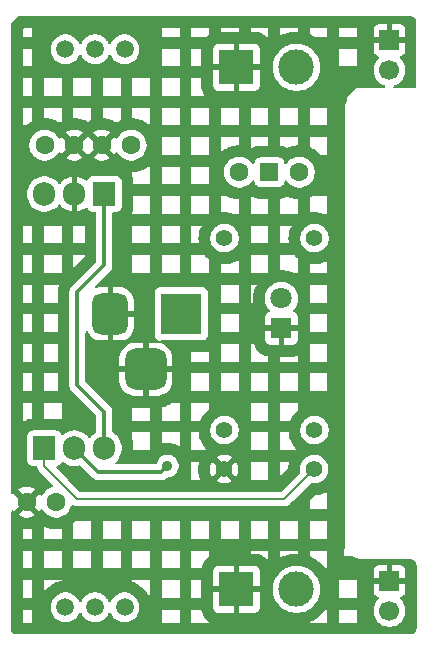
<source format=gbl>
%TF.GenerationSoftware,KiCad,Pcbnew,9.0.4*%
%TF.CreationDate,2025-09-23T18:33:02+01:00*%
%TF.ProjectId,Breadboard Power Supply,42726561-6462-46f6-9172-6420506f7765,v1.0*%
%TF.SameCoordinates,Original*%
%TF.FileFunction,Copper,L2,Bot*%
%TF.FilePolarity,Positive*%
%FSLAX46Y46*%
G04 Gerber Fmt 4.6, Leading zero omitted, Abs format (unit mm)*
G04 Created by KiCad (PCBNEW 9.0.4) date 2025-09-23 18:33:02*
%MOMM*%
%LPD*%
G01*
G04 APERTURE LIST*
G04 Aperture macros list*
%AMRoundRect*
0 Rectangle with rounded corners*
0 $1 Rounding radius*
0 $2 $3 $4 $5 $6 $7 $8 $9 X,Y pos of 4 corners*
0 Add a 4 corners polygon primitive as box body*
4,1,4,$2,$3,$4,$5,$6,$7,$8,$9,$2,$3,0*
0 Add four circle primitives for the rounded corners*
1,1,$1+$1,$2,$3*
1,1,$1+$1,$4,$5*
1,1,$1+$1,$6,$7*
1,1,$1+$1,$8,$9*
0 Add four rect primitives between the rounded corners*
20,1,$1+$1,$2,$3,$4,$5,0*
20,1,$1+$1,$4,$5,$6,$7,0*
20,1,$1+$1,$6,$7,$8,$9,0*
20,1,$1+$1,$8,$9,$2,$3,0*%
G04 Aperture macros list end*
%TA.AperFunction,ComponentPad*%
%ADD10C,1.600000*%
%TD*%
%TA.AperFunction,ComponentPad*%
%ADD11R,3.000000X3.000000*%
%TD*%
%TA.AperFunction,ComponentPad*%
%ADD12C,3.000000*%
%TD*%
%TA.AperFunction,ComponentPad*%
%ADD13R,1.700000X1.700000*%
%TD*%
%TA.AperFunction,ComponentPad*%
%ADD14C,1.700000*%
%TD*%
%TA.AperFunction,ComponentPad*%
%ADD15RoundRect,0.875000X-0.875000X-0.875000X0.875000X-0.875000X0.875000X0.875000X-0.875000X0.875000X0*%
%TD*%
%TA.AperFunction,ComponentPad*%
%ADD16RoundRect,0.750000X-0.750000X-1.000000X0.750000X-1.000000X0.750000X1.000000X-0.750000X1.000000X0*%
%TD*%
%TA.AperFunction,ComponentPad*%
%ADD17R,3.500000X3.500000*%
%TD*%
%TA.AperFunction,ComponentPad*%
%ADD18C,1.800000*%
%TD*%
%TA.AperFunction,ComponentPad*%
%ADD19R,1.800000X1.800000*%
%TD*%
%TA.AperFunction,ComponentPad*%
%ADD20C,1.400000*%
%TD*%
%TA.AperFunction,ComponentPad*%
%ADD21C,1.508000*%
%TD*%
%TA.AperFunction,ComponentPad*%
%ADD22O,1.905000X2.000000*%
%TD*%
%TA.AperFunction,ComponentPad*%
%ADD23R,1.905000X2.000000*%
%TD*%
%TA.AperFunction,ComponentPad*%
%ADD24R,1.500000X1.500000*%
%TD*%
%TA.AperFunction,ViaPad*%
%ADD25C,0.900000*%
%TD*%
%TA.AperFunction,Conductor*%
%ADD26C,0.350000*%
%TD*%
%TA.AperFunction,Conductor*%
%ADD27C,0.200000*%
%TD*%
G04 APERTURE END LIST*
D10*
%TO.P,C3,2*%
%TO.N,GND*%
X130423600Y-109474000D03*
%TO.P,C3,1*%
%TO.N,/3.3V*%
X132923600Y-109474000D03*
%TD*%
D11*
%TO.P,J5,1,Pin_1*%
%TO.N,GND*%
X148183600Y-72644000D03*
D12*
%TO.P,J5,2,Pin_2*%
%TO.N,/PWR_output*%
X153263600Y-72644000D03*
%TD*%
D13*
%TO.P,J1,1,Pin_1*%
%TO.N,GND*%
X161137600Y-70353000D03*
D14*
%TO.P,J1,2,Pin_2*%
%TO.N,/PWR_output*%
X161137600Y-72893000D03*
%TD*%
D15*
%TO.P,J7,3*%
%TO.N,GND*%
X140515600Y-98230500D03*
D16*
%TO.P,J7,2*%
X137515600Y-93530500D03*
D17*
%TO.P,J7,1*%
%TO.N,/PWR_input*%
X143515600Y-93530500D03*
%TD*%
D10*
%TO.P,C1,2*%
%TO.N,GND*%
X136773600Y-79248000D03*
%TO.P,C1,1*%
%TO.N,/12V*%
X139273600Y-79248000D03*
%TD*%
D13*
%TO.P,J2,1,Pin_1*%
%TO.N,GND*%
X161137600Y-116128800D03*
D14*
%TO.P,J2,2,Pin_2*%
%TO.N,/PWR_output*%
X161137600Y-118668800D03*
%TD*%
D10*
%TO.P,C2,2*%
%TO.N,GND*%
X134447600Y-79248000D03*
%TO.P,C2,1*%
%TO.N,/5V*%
X131947600Y-79248000D03*
%TD*%
D11*
%TO.P,J6,1,Pin_1*%
%TO.N,GND*%
X148183600Y-116840000D03*
D12*
%TO.P,J6,2,Pin_2*%
%TO.N,/PWR_output*%
X153263600Y-116840000D03*
%TD*%
D18*
%TO.P,D1,2,A*%
%TO.N,Net-(D1-A)*%
X151993600Y-92207000D03*
D19*
%TO.P,D1,1,K*%
%TO.N,GND*%
X151993600Y-94747000D03*
%TD*%
D20*
%TO.P,R2,2*%
%TO.N,/3.3V*%
X147167600Y-103378000D03*
%TO.P,R2,1*%
%TO.N,Net-(U2-ADJ)*%
X154787600Y-103378000D03*
%TD*%
%TO.P,R3,2*%
%TO.N,Net-(U2-ADJ)*%
X154769600Y-106680000D03*
%TO.P,R3,1*%
%TO.N,GND*%
X147149600Y-106680000D03*
%TD*%
D21*
%TO.P,S2,3*%
%TO.N,/3.3V*%
X133705600Y-118364000D03*
%TO.P,S2,2*%
%TO.N,/PWR_output*%
X136205600Y-118364000D03*
%TO.P,S2,1*%
%TO.N,/5V*%
X138705600Y-118364000D03*
%TD*%
%TO.P,S1,3*%
%TO.N,/3.3V*%
X133705600Y-71120000D03*
%TO.P,S1,2*%
%TO.N,/PWR_output*%
X136205600Y-71120000D03*
%TO.P,S1,1*%
%TO.N,/5V*%
X138705600Y-71120000D03*
%TD*%
D22*
%TO.P,U1,3,VO*%
%TO.N,/5V*%
X131927600Y-83378000D03*
%TO.P,U1,2,GND*%
%TO.N,GND*%
X134467600Y-83378000D03*
D23*
%TO.P,U1,1,VI*%
%TO.N,/12V*%
X137007600Y-83378000D03*
%TD*%
D10*
%TO.P,SW1,3,A*%
%TO.N,/12V*%
X153517600Y-81534000D03*
%TO.P,SW1,2,C*%
%TO.N,unconnected-(SW1-C-Pad2)*%
X148437600Y-81534000D03*
D24*
%TO.P,SW1,1,B*%
%TO.N,/PWR_input*%
X150977600Y-81534000D03*
%TD*%
D20*
%TO.P,R1,2*%
%TO.N,/12V*%
X154787600Y-87122000D03*
%TO.P,R1,1*%
%TO.N,Net-(D1-A)*%
X147167600Y-87122000D03*
%TD*%
D22*
%TO.P,U2,3,VI*%
%TO.N,/12V*%
X137007600Y-104902000D03*
%TO.P,U2,2,VO*%
%TO.N,/3.3V*%
X134467600Y-104902000D03*
D23*
%TO.P,U2,1,ADJ*%
%TO.N,Net-(U2-ADJ)*%
X131927600Y-104902000D03*
%TD*%
D25*
%TO.N,/3.3V*%
X142341600Y-106426000D03*
%TD*%
D26*
%TO.N,/12V*%
X137007600Y-89408000D02*
X134721600Y-91694000D01*
X134721600Y-91694000D02*
X134721600Y-99568000D01*
X137007600Y-83378000D02*
X137007600Y-89408000D01*
X137007600Y-101854000D02*
X137007600Y-104902000D01*
X134721600Y-99568000D02*
X137007600Y-101854000D01*
%TO.N,/3.3V*%
X136499600Y-106934000D02*
X134467600Y-104902000D01*
X142341600Y-106426000D02*
X141833600Y-106934000D01*
X141833600Y-106934000D02*
X136499600Y-106934000D01*
D27*
%TO.N,Net-(U2-ADJ)*%
X152229600Y-109220000D02*
X134721600Y-109220000D01*
X134721600Y-109220000D02*
X131927600Y-106426000D01*
X131927600Y-106426000D02*
X131927600Y-104902000D01*
X154769600Y-106680000D02*
X152229600Y-109220000D01*
%TD*%
%TA.AperFunction,Conductor*%
%TO.N,GND*%
G36*
X162922522Y-68319280D02*
G01*
X162930953Y-68320230D01*
X163016431Y-68329861D01*
X163043492Y-68336037D01*
X163126081Y-68364937D01*
X163151091Y-68376980D01*
X163225181Y-68423534D01*
X163246890Y-68440847D01*
X163308752Y-68502709D01*
X163326065Y-68524418D01*
X163372617Y-68598505D01*
X163384664Y-68623522D01*
X163413560Y-68706101D01*
X163419739Y-68733171D01*
X163422820Y-68760513D01*
X163423600Y-68774398D01*
X163423600Y-74227600D01*
X163422820Y-74241484D01*
X163419739Y-74268827D01*
X163413561Y-74295893D01*
X163398493Y-74338956D01*
X163357773Y-74395730D01*
X163292821Y-74421478D01*
X163281453Y-74422000D01*
X161585035Y-74422000D01*
X161517996Y-74402315D01*
X161472241Y-74349511D01*
X161462297Y-74280353D01*
X161491322Y-74216797D01*
X161546716Y-74180069D01*
X161656012Y-74144557D01*
X161845416Y-74048051D01*
X161867389Y-74032086D01*
X162017386Y-73923109D01*
X162017388Y-73923106D01*
X162017392Y-73923104D01*
X162167704Y-73772792D01*
X162167706Y-73772788D01*
X162167709Y-73772786D01*
X162292648Y-73600820D01*
X162292647Y-73600820D01*
X162292651Y-73600816D01*
X162389157Y-73411412D01*
X162454846Y-73209243D01*
X162488100Y-72999287D01*
X162488100Y-72786713D01*
X162454846Y-72576757D01*
X162389157Y-72374588D01*
X162292651Y-72185184D01*
X162292649Y-72185181D01*
X162292648Y-72185179D01*
X162167709Y-72013213D01*
X162053781Y-71899285D01*
X162020296Y-71837962D01*
X162025280Y-71768270D01*
X162067152Y-71712337D01*
X162098129Y-71695422D01*
X162229686Y-71646354D01*
X162229693Y-71646350D01*
X162344787Y-71560190D01*
X162344790Y-71560187D01*
X162430950Y-71445093D01*
X162430954Y-71445086D01*
X162481196Y-71310379D01*
X162481198Y-71310372D01*
X162487599Y-71250844D01*
X162487600Y-71250827D01*
X162487600Y-70603000D01*
X161570612Y-70603000D01*
X161603525Y-70545993D01*
X161637600Y-70418826D01*
X161637600Y-70287174D01*
X161603525Y-70160007D01*
X161570612Y-70103000D01*
X162487600Y-70103000D01*
X162487600Y-69455172D01*
X162487599Y-69455155D01*
X162481198Y-69395627D01*
X162481196Y-69395620D01*
X162430954Y-69260913D01*
X162430950Y-69260906D01*
X162344790Y-69145812D01*
X162344787Y-69145809D01*
X162229693Y-69059649D01*
X162229686Y-69059645D01*
X162094979Y-69009403D01*
X162094972Y-69009401D01*
X162035444Y-69003000D01*
X161387600Y-69003000D01*
X161387600Y-69919988D01*
X161330593Y-69887075D01*
X161203426Y-69853000D01*
X161071774Y-69853000D01*
X160944607Y-69887075D01*
X160887600Y-69919988D01*
X160887600Y-69003000D01*
X160239755Y-69003000D01*
X160180227Y-69009401D01*
X160180220Y-69009403D01*
X160045513Y-69059645D01*
X160045506Y-69059649D01*
X159930412Y-69145809D01*
X159930409Y-69145812D01*
X159844249Y-69260906D01*
X159844245Y-69260913D01*
X159794003Y-69395620D01*
X159794001Y-69395627D01*
X159787600Y-69455155D01*
X159787600Y-70103000D01*
X160704588Y-70103000D01*
X160671675Y-70160007D01*
X160637600Y-70287174D01*
X160637600Y-70418826D01*
X160671675Y-70545993D01*
X160704588Y-70603000D01*
X159787600Y-70603000D01*
X159787600Y-71250844D01*
X159794001Y-71310372D01*
X159794003Y-71310379D01*
X159844245Y-71445086D01*
X159844249Y-71445093D01*
X159930409Y-71560187D01*
X159930412Y-71560190D01*
X160045506Y-71646350D01*
X160045513Y-71646354D01*
X160177070Y-71695422D01*
X160233004Y-71737293D01*
X160257421Y-71802758D01*
X160242569Y-71871031D01*
X160221419Y-71899285D01*
X160107489Y-72013215D01*
X159982551Y-72185179D01*
X159886044Y-72374585D01*
X159820353Y-72576760D01*
X159797848Y-72718853D01*
X159787100Y-72786713D01*
X159787100Y-72999287D01*
X159820354Y-73209243D01*
X159828505Y-73234330D01*
X159886044Y-73411414D01*
X159982551Y-73600820D01*
X160107490Y-73772786D01*
X160257813Y-73923109D01*
X160429779Y-74048048D01*
X160429781Y-74048049D01*
X160429784Y-74048051D01*
X160619188Y-74144557D01*
X160728483Y-74180069D01*
X160786159Y-74219507D01*
X160813357Y-74283865D01*
X160801442Y-74352712D01*
X160754198Y-74404187D01*
X160690165Y-74422000D01*
X158343599Y-74422000D01*
X157581600Y-75183999D01*
X157580599Y-75337106D01*
X157560918Y-75403333D01*
X157517204Y-75471354D01*
X157517191Y-75471379D01*
X157427087Y-75668678D01*
X157365970Y-75876820D01*
X157335100Y-76091537D01*
X157335100Y-112888821D01*
X157335151Y-112890439D01*
X157327599Y-114045999D01*
X157327600Y-114046000D01*
X157986344Y-114046000D01*
X158053383Y-114065685D01*
X158053384Y-114065685D01*
X158122957Y-114110397D01*
X158122973Y-114110406D01*
X158320278Y-114200512D01*
X158320282Y-114200513D01*
X158320284Y-114200514D01*
X158413508Y-114227887D01*
X158528420Y-114261629D01*
X158559291Y-114266067D01*
X158743138Y-114292500D01*
X158785708Y-114292500D01*
X162849708Y-114292500D01*
X162908639Y-114292500D01*
X162922522Y-114293280D01*
X162930953Y-114294230D01*
X163016431Y-114303861D01*
X163043492Y-114310037D01*
X163126081Y-114338937D01*
X163151091Y-114350980D01*
X163183543Y-114371371D01*
X163225181Y-114397534D01*
X163246890Y-114414847D01*
X163308752Y-114476709D01*
X163326065Y-114498418D01*
X163372617Y-114572505D01*
X163384664Y-114597522D01*
X163413560Y-114680101D01*
X163419739Y-114707172D01*
X163430320Y-114801077D01*
X163431100Y-114814961D01*
X163431100Y-120135038D01*
X163430320Y-120148922D01*
X163419739Y-120242827D01*
X163413560Y-120269898D01*
X163384664Y-120352477D01*
X163372617Y-120377494D01*
X163326065Y-120451581D01*
X163308752Y-120473290D01*
X163246890Y-120535152D01*
X163225181Y-120552465D01*
X163151094Y-120599017D01*
X163126077Y-120611064D01*
X163043498Y-120639960D01*
X163016427Y-120646139D01*
X162922523Y-120656720D01*
X162908639Y-120657500D01*
X129446462Y-120657500D01*
X129379423Y-120637815D01*
X129358781Y-120621181D01*
X129162419Y-120424819D01*
X129128934Y-120363496D01*
X129126100Y-120337138D01*
X129126100Y-119659500D01*
X130124100Y-119659500D01*
X130876100Y-119659500D01*
X141874100Y-119659500D01*
X143376100Y-119659500D01*
X144374100Y-119659500D01*
X145876100Y-119659500D01*
X145876100Y-119625568D01*
X154374100Y-119625568D01*
X154374100Y-119659500D01*
X155876100Y-119659500D01*
X156874100Y-119659500D01*
X158376100Y-119659500D01*
X158376100Y-118566500D01*
X156874100Y-118566500D01*
X156874100Y-119659500D01*
X155876100Y-119659500D01*
X155876100Y-118566500D01*
X155718336Y-118566500D01*
X155552714Y-118782341D01*
X155550195Y-118785516D01*
X155534649Y-118804460D01*
X155532030Y-118807547D01*
X155510496Y-118832107D01*
X155507766Y-118835120D01*
X155490962Y-118853063D01*
X155488136Y-118855982D01*
X155279582Y-119064536D01*
X155276663Y-119067362D01*
X155258720Y-119084166D01*
X155255707Y-119086896D01*
X155231147Y-119108430D01*
X155228060Y-119111049D01*
X155209116Y-119126595D01*
X155205941Y-119129114D01*
X154971995Y-119308629D01*
X154968735Y-119311047D01*
X154948785Y-119325343D01*
X154945450Y-119327651D01*
X154918289Y-119345800D01*
X154914876Y-119348001D01*
X154894026Y-119360966D01*
X154890547Y-119363051D01*
X154635158Y-119510499D01*
X154631615Y-119512468D01*
X154609984Y-119524031D01*
X154606375Y-119525885D01*
X154577080Y-119540333D01*
X154573412Y-119542068D01*
X154551039Y-119552206D01*
X154547312Y-119553822D01*
X154374100Y-119625568D01*
X145876100Y-119625568D01*
X145876100Y-119606524D01*
X145871968Y-119603655D01*
X145699784Y-119474757D01*
X145692893Y-119469204D01*
X145652408Y-119434124D01*
X145645929Y-119428092D01*
X145595508Y-119377671D01*
X145589476Y-119371192D01*
X145554396Y-119330707D01*
X145548843Y-119323816D01*
X145419945Y-119151632D01*
X145414897Y-119144362D01*
X145385933Y-119099295D01*
X145381415Y-119091681D01*
X145347238Y-119029091D01*
X145343277Y-119021177D01*
X145321019Y-118972441D01*
X145317630Y-118964261D01*
X145244021Y-118766904D01*
X145241542Y-118759564D01*
X145227932Y-118714695D01*
X145225915Y-118707212D01*
X145211572Y-118646501D01*
X145210028Y-118638916D01*
X145202122Y-118592738D01*
X145201055Y-118585069D01*
X145199058Y-118566500D01*
X144374100Y-118566500D01*
X144374100Y-119659500D01*
X143376100Y-119659500D01*
X143376100Y-118566500D01*
X141874100Y-118566500D01*
X141874100Y-119659500D01*
X130876100Y-119659500D01*
X130876100Y-118566500D01*
X130124100Y-118566500D01*
X130124100Y-119659500D01*
X129126100Y-119659500D01*
X129126100Y-118265263D01*
X132451100Y-118265263D01*
X132451100Y-118462736D01*
X132481989Y-118657763D01*
X132541202Y-118839999D01*
X132543009Y-118845561D01*
X132632491Y-119021177D01*
X132632658Y-119021504D01*
X132748715Y-119181246D01*
X132888353Y-119320884D01*
X133035915Y-119428092D01*
X133048099Y-119436944D01*
X133224039Y-119526591D01*
X133307848Y-119553822D01*
X133411836Y-119587610D01*
X133606864Y-119618500D01*
X133606869Y-119618500D01*
X133804336Y-119618500D01*
X133999363Y-119587610D01*
X134187161Y-119526591D01*
X134363101Y-119436944D01*
X134467677Y-119360966D01*
X134522846Y-119320884D01*
X134522848Y-119320881D01*
X134522852Y-119320879D01*
X134662479Y-119181252D01*
X134662481Y-119181248D01*
X134662484Y-119181246D01*
X134778541Y-119021505D01*
X134778542Y-119021504D01*
X134778544Y-119021501D01*
X134845116Y-118890846D01*
X134893090Y-118840052D01*
X134960911Y-118823257D01*
X135027046Y-118845794D01*
X135066082Y-118890845D01*
X135129766Y-119015830D01*
X135132658Y-119021505D01*
X135248715Y-119181246D01*
X135388353Y-119320884D01*
X135535915Y-119428092D01*
X135548099Y-119436944D01*
X135724039Y-119526591D01*
X135807848Y-119553822D01*
X135911836Y-119587610D01*
X136106864Y-119618500D01*
X136106869Y-119618500D01*
X136304336Y-119618500D01*
X136499363Y-119587610D01*
X136687161Y-119526591D01*
X136863101Y-119436944D01*
X136967677Y-119360966D01*
X137022846Y-119320884D01*
X137022848Y-119320881D01*
X137022852Y-119320879D01*
X137162479Y-119181252D01*
X137162481Y-119181248D01*
X137162484Y-119181246D01*
X137278541Y-119021505D01*
X137278542Y-119021504D01*
X137278544Y-119021501D01*
X137345116Y-118890846D01*
X137393090Y-118840052D01*
X137460911Y-118823257D01*
X137527046Y-118845794D01*
X137566082Y-118890845D01*
X137629766Y-119015830D01*
X137632658Y-119021505D01*
X137748715Y-119181246D01*
X137888353Y-119320884D01*
X138035915Y-119428092D01*
X138048099Y-119436944D01*
X138224039Y-119526591D01*
X138307848Y-119553822D01*
X138411836Y-119587610D01*
X138606864Y-119618500D01*
X138606869Y-119618500D01*
X138804336Y-119618500D01*
X138999363Y-119587610D01*
X139187161Y-119526591D01*
X139363101Y-119436944D01*
X139467677Y-119360966D01*
X139522846Y-119320884D01*
X139522848Y-119320881D01*
X139522852Y-119320879D01*
X139662479Y-119181252D01*
X139662481Y-119181248D01*
X139662484Y-119181246D01*
X139722024Y-119099295D01*
X139778544Y-119021501D01*
X139868191Y-118845561D01*
X139929210Y-118657763D01*
X139953101Y-118506924D01*
X139960100Y-118462736D01*
X139960100Y-118265263D01*
X139929210Y-118070236D01*
X139908870Y-118007637D01*
X139868191Y-117882439D01*
X139778544Y-117706499D01*
X139729283Y-117638696D01*
X139662484Y-117546753D01*
X139522846Y-117407115D01*
X139363104Y-117291058D01*
X139363103Y-117291057D01*
X139363101Y-117291056D01*
X139187161Y-117201409D01*
X139182809Y-117199995D01*
X138999363Y-117140389D01*
X138804336Y-117109500D01*
X138804331Y-117109500D01*
X138606869Y-117109500D01*
X138606864Y-117109500D01*
X138411836Y-117140389D01*
X138224041Y-117201408D01*
X138048095Y-117291058D01*
X137888353Y-117407115D01*
X137748715Y-117546753D01*
X137632658Y-117706495D01*
X137632656Y-117706499D01*
X137590612Y-117789015D01*
X137566085Y-117837151D01*
X137518110Y-117887947D01*
X137450289Y-117904742D01*
X137384154Y-117882204D01*
X137345115Y-117837151D01*
X137278544Y-117706499D01*
X137229283Y-117638696D01*
X137162484Y-117546753D01*
X137022846Y-117407115D01*
X136863104Y-117291058D01*
X136863103Y-117291057D01*
X136863101Y-117291056D01*
X136687161Y-117201409D01*
X136682809Y-117199995D01*
X136499363Y-117140389D01*
X136304336Y-117109500D01*
X136304331Y-117109500D01*
X136106869Y-117109500D01*
X136106864Y-117109500D01*
X135911836Y-117140389D01*
X135724041Y-117201408D01*
X135548095Y-117291058D01*
X135388353Y-117407115D01*
X135248715Y-117546753D01*
X135132658Y-117706495D01*
X135132656Y-117706499D01*
X135090612Y-117789015D01*
X135066085Y-117837151D01*
X135018110Y-117887947D01*
X134950289Y-117904742D01*
X134884154Y-117882204D01*
X134845115Y-117837151D01*
X134778544Y-117706499D01*
X134729283Y-117638696D01*
X134662484Y-117546753D01*
X134522846Y-117407115D01*
X134363104Y-117291058D01*
X134363103Y-117291057D01*
X134363101Y-117291056D01*
X134187161Y-117201409D01*
X134182809Y-117199995D01*
X133999363Y-117140389D01*
X133804336Y-117109500D01*
X133804331Y-117109500D01*
X133606869Y-117109500D01*
X133606864Y-117109500D01*
X133411836Y-117140389D01*
X133224041Y-117201408D01*
X133048095Y-117291058D01*
X132888353Y-117407115D01*
X132748715Y-117546753D01*
X132632658Y-117706495D01*
X132543008Y-117882441D01*
X132481989Y-118070236D01*
X132451100Y-118265263D01*
X129126100Y-118265263D01*
X129126100Y-117568500D01*
X130124100Y-117568500D01*
X130876100Y-117568500D01*
X130876100Y-117052662D01*
X131874100Y-117052662D01*
X131952850Y-116944271D01*
X131955793Y-116940383D01*
X131974052Y-116917224D01*
X131977142Y-116913459D01*
X132002603Y-116883652D01*
X132005837Y-116880013D01*
X132025811Y-116858408D01*
X132029181Y-116854904D01*
X132196504Y-116687581D01*
X132200008Y-116684211D01*
X132221613Y-116664237D01*
X132225252Y-116661003D01*
X132255059Y-116635542D01*
X132258824Y-116632452D01*
X132281983Y-116614193D01*
X132285871Y-116611250D01*
X132477351Y-116472133D01*
X132481346Y-116469348D01*
X132505840Y-116452982D01*
X132509942Y-116450357D01*
X132543365Y-116429876D01*
X132547565Y-116427414D01*
X132573261Y-116413024D01*
X132577554Y-116410729D01*
X132788415Y-116303289D01*
X132792795Y-116301165D01*
X132819538Y-116288836D01*
X132823998Y-116286885D01*
X132860214Y-116271883D01*
X132864751Y-116270107D01*
X132892394Y-116259909D01*
X132896994Y-116258314D01*
X133037101Y-116212790D01*
X139374100Y-116212790D01*
X139514206Y-116258314D01*
X139518806Y-116259909D01*
X139546449Y-116270107D01*
X139550986Y-116271883D01*
X139587202Y-116286885D01*
X139591662Y-116288836D01*
X139618405Y-116301165D01*
X139622785Y-116303289D01*
X139833646Y-116410729D01*
X139837939Y-116413024D01*
X139863635Y-116427414D01*
X139867835Y-116429876D01*
X139901258Y-116450357D01*
X139905360Y-116452982D01*
X139929854Y-116469348D01*
X139933849Y-116472133D01*
X140125329Y-116611250D01*
X140129217Y-116614193D01*
X140152376Y-116632452D01*
X140156141Y-116635542D01*
X140185948Y-116661003D01*
X140189587Y-116664237D01*
X140211192Y-116684211D01*
X140214696Y-116687581D01*
X140382019Y-116854904D01*
X140385389Y-116858408D01*
X140405363Y-116880013D01*
X140408597Y-116883652D01*
X140434058Y-116913459D01*
X140437148Y-116917224D01*
X140455407Y-116940383D01*
X140458350Y-116944271D01*
X140597467Y-117135751D01*
X140600252Y-117139746D01*
X140616618Y-117164240D01*
X140619243Y-117168342D01*
X140639724Y-117201765D01*
X140642186Y-117205965D01*
X140656576Y-117231661D01*
X140658871Y-117235954D01*
X140766311Y-117446815D01*
X140768435Y-117451195D01*
X140780764Y-117477938D01*
X140782715Y-117482398D01*
X140797717Y-117518614D01*
X140799493Y-117523151D01*
X140809691Y-117550794D01*
X140811286Y-117555394D01*
X140815544Y-117568500D01*
X140876100Y-117568500D01*
X141874100Y-117568500D01*
X143376100Y-117568500D01*
X144374100Y-117568500D01*
X145185600Y-117568500D01*
X145185600Y-116889454D01*
X145195039Y-116842002D01*
X145195868Y-116840000D01*
X145195039Y-116837998D01*
X145185600Y-116790546D01*
X145185600Y-116066500D01*
X144374100Y-116066500D01*
X144374100Y-117568500D01*
X143376100Y-117568500D01*
X143376100Y-116066500D01*
X141874100Y-116066500D01*
X141874100Y-117568500D01*
X140876100Y-117568500D01*
X140876100Y-116066500D01*
X139374100Y-116066500D01*
X139374100Y-116212790D01*
X133037101Y-116212790D01*
X133122088Y-116185176D01*
X133126747Y-116183763D01*
X133155116Y-116175762D01*
X133159836Y-116174530D01*
X133197952Y-116165382D01*
X133202703Y-116164340D01*
X133231574Y-116158598D01*
X133236363Y-116157743D01*
X133376100Y-116135609D01*
X133376100Y-116066500D01*
X131874100Y-116066500D01*
X131874100Y-117052662D01*
X130876100Y-117052662D01*
X130876100Y-116066500D01*
X130124100Y-116066500D01*
X130124100Y-117568500D01*
X129126100Y-117568500D01*
X129126100Y-115292155D01*
X146183600Y-115292155D01*
X146183600Y-116590000D01*
X147464536Y-116590000D01*
X147452807Y-116618316D01*
X147423600Y-116765147D01*
X147423600Y-116914853D01*
X147452807Y-117061684D01*
X147464536Y-117090000D01*
X146183600Y-117090000D01*
X146183600Y-118387844D01*
X146190001Y-118447372D01*
X146190003Y-118447379D01*
X146240245Y-118582086D01*
X146240249Y-118582093D01*
X146326409Y-118697187D01*
X146326412Y-118697190D01*
X146441506Y-118783350D01*
X146441513Y-118783354D01*
X146576220Y-118833596D01*
X146576227Y-118833598D01*
X146635755Y-118839999D01*
X146635772Y-118840000D01*
X147933600Y-118840000D01*
X147933600Y-117559064D01*
X147961916Y-117570793D01*
X148108747Y-117600000D01*
X148258453Y-117600000D01*
X148405284Y-117570793D01*
X148433600Y-117559064D01*
X148433600Y-118840000D01*
X149731428Y-118840000D01*
X149731444Y-118839999D01*
X149790972Y-118833598D01*
X149790979Y-118833596D01*
X149925686Y-118783354D01*
X149925693Y-118783350D01*
X150040787Y-118697190D01*
X150040790Y-118697187D01*
X150126950Y-118582093D01*
X150126954Y-118582086D01*
X150177196Y-118447379D01*
X150177198Y-118447372D01*
X150183599Y-118387844D01*
X150183600Y-118387827D01*
X150183600Y-117090000D01*
X148902664Y-117090000D01*
X148914393Y-117061684D01*
X148943600Y-116914853D01*
X148943600Y-116765147D01*
X148932406Y-116708872D01*
X151263100Y-116708872D01*
X151263100Y-116971127D01*
X151285385Y-117140389D01*
X151297330Y-117231116D01*
X151365202Y-117484418D01*
X151365205Y-117484428D01*
X151465553Y-117726690D01*
X151465558Y-117726700D01*
X151596675Y-117953803D01*
X151756318Y-118161851D01*
X151756326Y-118161860D01*
X151941740Y-118347274D01*
X151941748Y-118347281D01*
X151941749Y-118347282D01*
X151990154Y-118384424D01*
X152149796Y-118506924D01*
X152376899Y-118638041D01*
X152376909Y-118638046D01*
X152619171Y-118738394D01*
X152619181Y-118738398D01*
X152872484Y-118806270D01*
X153120788Y-118838960D01*
X153128674Y-118839999D01*
X153132480Y-118840500D01*
X153132487Y-118840500D01*
X153394713Y-118840500D01*
X153394720Y-118840500D01*
X153654716Y-118806270D01*
X153908019Y-118738398D01*
X154129878Y-118646501D01*
X154150290Y-118638046D01*
X154150291Y-118638045D01*
X154150297Y-118638043D01*
X154281120Y-118562513D01*
X159787100Y-118562513D01*
X159787100Y-118775087D01*
X159820354Y-118985043D01*
X159884106Y-119181252D01*
X159886044Y-119187214D01*
X159982551Y-119376620D01*
X160107490Y-119548586D01*
X160257813Y-119698909D01*
X160429779Y-119823848D01*
X160429781Y-119823849D01*
X160429784Y-119823851D01*
X160619188Y-119920357D01*
X160821357Y-119986046D01*
X161031313Y-120019300D01*
X161031314Y-120019300D01*
X161243886Y-120019300D01*
X161243887Y-120019300D01*
X161453843Y-119986046D01*
X161656012Y-119920357D01*
X161845416Y-119823851D01*
X161867389Y-119807886D01*
X162017386Y-119698909D01*
X162017388Y-119698906D01*
X162017392Y-119698904D01*
X162167704Y-119548592D01*
X162167706Y-119548588D01*
X162167709Y-119548586D01*
X162276686Y-119398589D01*
X162292651Y-119376616D01*
X162389157Y-119187212D01*
X162454846Y-118985043D01*
X162488100Y-118775087D01*
X162488100Y-118562513D01*
X162454846Y-118352557D01*
X162389157Y-118150388D01*
X162292651Y-117960984D01*
X162292649Y-117960981D01*
X162292648Y-117960979D01*
X162167709Y-117789013D01*
X162053781Y-117675085D01*
X162020296Y-117613762D01*
X162025280Y-117544070D01*
X162067152Y-117488137D01*
X162098129Y-117471222D01*
X162229686Y-117422154D01*
X162229693Y-117422150D01*
X162344787Y-117335990D01*
X162344790Y-117335987D01*
X162430950Y-117220893D01*
X162430954Y-117220886D01*
X162481196Y-117086179D01*
X162481198Y-117086172D01*
X162487599Y-117026644D01*
X162487600Y-117026627D01*
X162487600Y-116378800D01*
X161570612Y-116378800D01*
X161603525Y-116321793D01*
X161637600Y-116194626D01*
X161637600Y-116062974D01*
X161603525Y-115935807D01*
X161570612Y-115878800D01*
X162487600Y-115878800D01*
X162487600Y-115230972D01*
X162487599Y-115230955D01*
X162481198Y-115171427D01*
X162481196Y-115171420D01*
X162430954Y-115036713D01*
X162430950Y-115036706D01*
X162344790Y-114921612D01*
X162344787Y-114921609D01*
X162229693Y-114835449D01*
X162229686Y-114835445D01*
X162094979Y-114785203D01*
X162094972Y-114785201D01*
X162035444Y-114778800D01*
X161387600Y-114778800D01*
X161387600Y-115695788D01*
X161330593Y-115662875D01*
X161203426Y-115628800D01*
X161071774Y-115628800D01*
X160944607Y-115662875D01*
X160887600Y-115695788D01*
X160887600Y-114778800D01*
X160239755Y-114778800D01*
X160180227Y-114785201D01*
X160180220Y-114785203D01*
X160045513Y-114835445D01*
X160045506Y-114835449D01*
X159930412Y-114921609D01*
X159930409Y-114921612D01*
X159844249Y-115036706D01*
X159844245Y-115036713D01*
X159794003Y-115171420D01*
X159794001Y-115171427D01*
X159787600Y-115230955D01*
X159787600Y-115878800D01*
X160704588Y-115878800D01*
X160671675Y-115935807D01*
X160637600Y-116062974D01*
X160637600Y-116194626D01*
X160671675Y-116321793D01*
X160704588Y-116378800D01*
X159787600Y-116378800D01*
X159787600Y-117026644D01*
X159794001Y-117086172D01*
X159794003Y-117086179D01*
X159844245Y-117220886D01*
X159844249Y-117220893D01*
X159930409Y-117335987D01*
X159930412Y-117335990D01*
X160045506Y-117422150D01*
X160045513Y-117422154D01*
X160177070Y-117471222D01*
X160233004Y-117513093D01*
X160257421Y-117578558D01*
X160242569Y-117646831D01*
X160221419Y-117675085D01*
X160107489Y-117789015D01*
X159982551Y-117960979D01*
X159886044Y-118150385D01*
X159820353Y-118352560D01*
X159802904Y-118462731D01*
X159787100Y-118562513D01*
X154281120Y-118562513D01*
X154377403Y-118506924D01*
X154585451Y-118347282D01*
X154585455Y-118347277D01*
X154585460Y-118347274D01*
X154770874Y-118161860D01*
X154770877Y-118161855D01*
X154770882Y-118161851D01*
X154930524Y-117953803D01*
X155061643Y-117726697D01*
X155127170Y-117568500D01*
X156874100Y-117568500D01*
X158376100Y-117568500D01*
X158376100Y-116066500D01*
X156874100Y-116066500D01*
X156874100Y-117568500D01*
X155127170Y-117568500D01*
X155161998Y-117484419D01*
X155229870Y-117231116D01*
X155264100Y-116971120D01*
X155264100Y-116708880D01*
X155229870Y-116448884D01*
X155161998Y-116195581D01*
X155161994Y-116195571D01*
X155061646Y-115953309D01*
X155061641Y-115953299D01*
X154930524Y-115726196D01*
X154770881Y-115518148D01*
X154770874Y-115518140D01*
X154585460Y-115332726D01*
X154585451Y-115332718D01*
X154377403Y-115173075D01*
X154150300Y-115041958D01*
X154150290Y-115041953D01*
X153908028Y-114941605D01*
X153908021Y-114941603D01*
X153908019Y-114941602D01*
X153654716Y-114873730D01*
X153596939Y-114866123D01*
X153394727Y-114839500D01*
X153394720Y-114839500D01*
X153132480Y-114839500D01*
X153132472Y-114839500D01*
X152901372Y-114869926D01*
X152872484Y-114873730D01*
X152693785Y-114921612D01*
X152619181Y-114941602D01*
X152619171Y-114941605D01*
X152376909Y-115041953D01*
X152376899Y-115041958D01*
X152149796Y-115173075D01*
X151941748Y-115332718D01*
X151756318Y-115518148D01*
X151596675Y-115726196D01*
X151465558Y-115953299D01*
X151465553Y-115953309D01*
X151365205Y-116195571D01*
X151365202Y-116195581D01*
X151297330Y-116448884D01*
X151294636Y-116469348D01*
X151263100Y-116708872D01*
X148932406Y-116708872D01*
X148914393Y-116618316D01*
X148902664Y-116590000D01*
X150183600Y-116590000D01*
X150183600Y-115292172D01*
X150183599Y-115292155D01*
X150177198Y-115232627D01*
X150177196Y-115232620D01*
X150126954Y-115097913D01*
X150126950Y-115097906D01*
X150040790Y-114982812D01*
X150040787Y-114982809D01*
X149925693Y-114896649D01*
X149925686Y-114896645D01*
X149790979Y-114846403D01*
X149790972Y-114846401D01*
X149731444Y-114840000D01*
X148433600Y-114840000D01*
X148433600Y-116120935D01*
X148405284Y-116109207D01*
X148258453Y-116080000D01*
X148108747Y-116080000D01*
X147961916Y-116109207D01*
X147933600Y-116120935D01*
X147933600Y-114840000D01*
X146635755Y-114840000D01*
X146576227Y-114846401D01*
X146576220Y-114846403D01*
X146441513Y-114896645D01*
X146441506Y-114896649D01*
X146326412Y-114982809D01*
X146326409Y-114982812D01*
X146240249Y-115097906D01*
X146240245Y-115097913D01*
X146190003Y-115232620D01*
X146190001Y-115232627D01*
X146183600Y-115292155D01*
X129126100Y-115292155D01*
X129126100Y-115068500D01*
X130124100Y-115068500D01*
X130876100Y-115068500D01*
X131874100Y-115068500D01*
X133376100Y-115068500D01*
X134374100Y-115068500D01*
X135876100Y-115068500D01*
X136874100Y-115068500D01*
X138376100Y-115068500D01*
X139374100Y-115068500D01*
X140876100Y-115068500D01*
X141874100Y-115068500D01*
X143376100Y-115068500D01*
X144374100Y-115068500D01*
X145205334Y-115068500D01*
X145210028Y-115041084D01*
X145211572Y-115033499D01*
X145225915Y-114972788D01*
X145227932Y-114965305D01*
X145241542Y-114920436D01*
X145244021Y-114913096D01*
X145317630Y-114715739D01*
X145321019Y-114707559D01*
X145343277Y-114658823D01*
X145347238Y-114650909D01*
X145381415Y-114588319D01*
X145385933Y-114580705D01*
X145414897Y-114535638D01*
X145419945Y-114528368D01*
X145548843Y-114356184D01*
X145554396Y-114349293D01*
X145589476Y-114308808D01*
X145595508Y-114302329D01*
X145645929Y-114251908D01*
X145652408Y-114245876D01*
X145692893Y-114210796D01*
X145699784Y-114205243D01*
X145871968Y-114076345D01*
X145876100Y-114073475D01*
X145876100Y-113842000D01*
X149374100Y-113842000D01*
X149744777Y-113842000D01*
X149748091Y-113842044D01*
X149768139Y-113842580D01*
X149771455Y-113842713D01*
X149798142Y-113844142D01*
X149801456Y-113844364D01*
X149821505Y-113845977D01*
X149824817Y-113846289D01*
X149928669Y-113857455D01*
X149936338Y-113858522D01*
X149982516Y-113866428D01*
X149990101Y-113867972D01*
X150050812Y-113882315D01*
X150058295Y-113884332D01*
X150103164Y-113897942D01*
X150110504Y-113900421D01*
X150307861Y-113974030D01*
X150316041Y-113977419D01*
X150364777Y-113999677D01*
X150372691Y-114003638D01*
X150435281Y-114037815D01*
X150442895Y-114042333D01*
X150487962Y-114071297D01*
X150495232Y-114076345D01*
X150667416Y-114205243D01*
X150674307Y-114210796D01*
X150714792Y-114245876D01*
X150721271Y-114251908D01*
X150771692Y-114302329D01*
X150777724Y-114308808D01*
X150812804Y-114349293D01*
X150818357Y-114356184D01*
X150876100Y-114433318D01*
X150876100Y-114179859D01*
X151874100Y-114179859D01*
X151892042Y-114169501D01*
X151895585Y-114167532D01*
X151917216Y-114155969D01*
X151920825Y-114154115D01*
X151950120Y-114139667D01*
X151953788Y-114137932D01*
X151976161Y-114127794D01*
X151979888Y-114126178D01*
X152153104Y-114054430D01*
X154374100Y-114054430D01*
X154547312Y-114126178D01*
X154551039Y-114127794D01*
X154573412Y-114137932D01*
X154577080Y-114139667D01*
X154606375Y-114154115D01*
X154609984Y-114155969D01*
X154631615Y-114167532D01*
X154635158Y-114169501D01*
X154890547Y-114316949D01*
X154894026Y-114319034D01*
X154914876Y-114331999D01*
X154918289Y-114334200D01*
X154945450Y-114352349D01*
X154948785Y-114354657D01*
X154968735Y-114368953D01*
X154971995Y-114371371D01*
X155205941Y-114550886D01*
X155209116Y-114553405D01*
X155228060Y-114568951D01*
X155231147Y-114571570D01*
X155255707Y-114593104D01*
X155258720Y-114595834D01*
X155276663Y-114612638D01*
X155279582Y-114615464D01*
X155488136Y-114824018D01*
X155490962Y-114826937D01*
X155507766Y-114844880D01*
X155510496Y-114847893D01*
X155532030Y-114872453D01*
X155534649Y-114875540D01*
X155550195Y-114894484D01*
X155552714Y-114897659D01*
X155683806Y-115068500D01*
X155876100Y-115068500D01*
X155876100Y-113566500D01*
X154374100Y-113566500D01*
X154374100Y-114054430D01*
X152153104Y-114054430D01*
X152252367Y-114013314D01*
X152256142Y-114011822D01*
X152279144Y-114003165D01*
X152282975Y-114001795D01*
X152313908Y-113991298D01*
X152317765Y-113990059D01*
X152341224Y-113982944D01*
X152345120Y-113981831D01*
X152629957Y-113905509D01*
X152633893Y-113904523D01*
X152657794Y-113898950D01*
X152661762Y-113898093D01*
X152693798Y-113891721D01*
X152697788Y-113890995D01*
X152722008Y-113886996D01*
X152726022Y-113886401D01*
X153018405Y-113847907D01*
X153022433Y-113847444D01*
X153046863Y-113845037D01*
X153050913Y-113844704D01*
X153083510Y-113842568D01*
X153087561Y-113842369D01*
X153112092Y-113841566D01*
X153116149Y-113841500D01*
X153376100Y-113841500D01*
X153376100Y-113566500D01*
X151874100Y-113566500D01*
X151874100Y-114179859D01*
X150876100Y-114179859D01*
X150876100Y-113566500D01*
X149374100Y-113566500D01*
X149374100Y-113842000D01*
X145876100Y-113842000D01*
X145876100Y-113566500D01*
X144374100Y-113566500D01*
X144374100Y-115068500D01*
X143376100Y-115068500D01*
X143376100Y-113566500D01*
X141874100Y-113566500D01*
X141874100Y-115068500D01*
X140876100Y-115068500D01*
X140876100Y-113566500D01*
X139374100Y-113566500D01*
X139374100Y-115068500D01*
X138376100Y-115068500D01*
X138376100Y-113566500D01*
X136874100Y-113566500D01*
X136874100Y-115068500D01*
X135876100Y-115068500D01*
X135876100Y-113566500D01*
X134374100Y-113566500D01*
X134374100Y-115068500D01*
X133376100Y-115068500D01*
X133376100Y-113566500D01*
X131874100Y-113566500D01*
X131874100Y-115068500D01*
X130876100Y-115068500D01*
X130876100Y-113566500D01*
X130124100Y-113566500D01*
X130124100Y-115068500D01*
X129126100Y-115068500D01*
X129126100Y-111753209D01*
X130124100Y-111753209D01*
X130124100Y-112568500D01*
X130876100Y-112568500D01*
X131874100Y-112568500D01*
X133376100Y-112568500D01*
X133376100Y-111729480D01*
X133162725Y-111763277D01*
X133157901Y-111763945D01*
X133128667Y-111767405D01*
X133123830Y-111767881D01*
X133084751Y-111770959D01*
X133079886Y-111771246D01*
X133050434Y-111772404D01*
X133045562Y-111772500D01*
X132801638Y-111772500D01*
X132796766Y-111772404D01*
X132767314Y-111771246D01*
X132762449Y-111770959D01*
X132723370Y-111767881D01*
X132718533Y-111767405D01*
X132689299Y-111763945D01*
X132684475Y-111763277D01*
X132443599Y-111725125D01*
X132438811Y-111724270D01*
X132409948Y-111718530D01*
X132405197Y-111717488D01*
X132367078Y-111708340D01*
X132362359Y-111707109D01*
X132333980Y-111699106D01*
X132329317Y-111697692D01*
X132097350Y-111622320D01*
X132092756Y-111620727D01*
X132065147Y-111610543D01*
X132060616Y-111608770D01*
X132024400Y-111593772D01*
X132019933Y-111591818D01*
X131993157Y-111579475D01*
X131988773Y-111577349D01*
X131874100Y-111518919D01*
X131874100Y-112568500D01*
X130876100Y-112568500D01*
X130876100Y-111728975D01*
X130662667Y-111762781D01*
X130657837Y-111763449D01*
X130628564Y-111766912D01*
X130623720Y-111767389D01*
X130584640Y-111770463D01*
X130579781Y-111770750D01*
X130550367Y-111771905D01*
X130545502Y-111772000D01*
X130301698Y-111772000D01*
X130296833Y-111771905D01*
X130267419Y-111770750D01*
X130262560Y-111770463D01*
X130223480Y-111767389D01*
X130218636Y-111766912D01*
X130189363Y-111763449D01*
X130184532Y-111762781D01*
X130124100Y-111753209D01*
X129126100Y-111753209D01*
X129126100Y-111261228D01*
X134374100Y-111261228D01*
X134374100Y-112568500D01*
X135876100Y-112568500D01*
X136874100Y-112568500D01*
X138376100Y-112568500D01*
X139374100Y-112568500D01*
X140876100Y-112568500D01*
X141874100Y-112568500D01*
X143376100Y-112568500D01*
X144374100Y-112568500D01*
X145876100Y-112568500D01*
X146874100Y-112568500D01*
X148376100Y-112568500D01*
X149374100Y-112568500D01*
X150876100Y-112568500D01*
X151874100Y-112568500D01*
X153376100Y-112568500D01*
X154374100Y-112568500D01*
X155876100Y-112568500D01*
X155876100Y-111066500D01*
X154374100Y-111066500D01*
X154374100Y-112568500D01*
X153376100Y-112568500D01*
X153376100Y-111066500D01*
X151874100Y-111066500D01*
X151874100Y-112568500D01*
X150876100Y-112568500D01*
X150876100Y-111066500D01*
X149374100Y-111066500D01*
X149374100Y-112568500D01*
X148376100Y-112568500D01*
X148376100Y-111066500D01*
X146874100Y-111066500D01*
X146874100Y-112568500D01*
X145876100Y-112568500D01*
X145876100Y-111066500D01*
X144374100Y-111066500D01*
X144374100Y-112568500D01*
X143376100Y-112568500D01*
X143376100Y-111066500D01*
X141874100Y-111066500D01*
X141874100Y-112568500D01*
X140876100Y-112568500D01*
X140876100Y-111066500D01*
X139374100Y-111066500D01*
X139374100Y-112568500D01*
X138376100Y-112568500D01*
X138376100Y-111066500D01*
X136874100Y-111066500D01*
X136874100Y-112568500D01*
X135876100Y-112568500D01*
X135876100Y-111066500D01*
X134581669Y-111066500D01*
X134462663Y-111185506D01*
X134459159Y-111188876D01*
X134437554Y-111208850D01*
X134433915Y-111212084D01*
X134404108Y-111237545D01*
X134400343Y-111240635D01*
X134377184Y-111258894D01*
X134374100Y-111261228D01*
X129126100Y-111261228D01*
X129126100Y-110281471D01*
X129145785Y-110214432D01*
X129198589Y-110168677D01*
X129267747Y-110158733D01*
X129331303Y-110187758D01*
X129342338Y-110199781D01*
X129344124Y-110199922D01*
X130023600Y-109520446D01*
X130023600Y-109526661D01*
X130050859Y-109628394D01*
X130103520Y-109719606D01*
X130177994Y-109794080D01*
X130269206Y-109846741D01*
X130370939Y-109874000D01*
X130377153Y-109874000D01*
X129697676Y-110553474D01*
X129742250Y-110585859D01*
X129924568Y-110678755D01*
X130119182Y-110741990D01*
X130321283Y-110774000D01*
X130525917Y-110774000D01*
X130728017Y-110741990D01*
X130922631Y-110678755D01*
X131104949Y-110585859D01*
X131149521Y-110553474D01*
X130470047Y-109874000D01*
X130476261Y-109874000D01*
X130577994Y-109846741D01*
X130669206Y-109794080D01*
X130743680Y-109719606D01*
X130796341Y-109628394D01*
X130823600Y-109526661D01*
X130823600Y-109520447D01*
X131503074Y-110199921D01*
X131535459Y-110155349D01*
X131562833Y-110101624D01*
X131610807Y-110050827D01*
X131678628Y-110034031D01*
X131744763Y-110056567D01*
X131783803Y-110101621D01*
X131811313Y-110155611D01*
X131931628Y-110321213D01*
X132076386Y-110465971D01*
X132196826Y-110553474D01*
X132241990Y-110586287D01*
X132358207Y-110645503D01*
X132424376Y-110679218D01*
X132424378Y-110679218D01*
X132424381Y-110679220D01*
X132528737Y-110713127D01*
X132619065Y-110742477D01*
X132720157Y-110758488D01*
X132821248Y-110774500D01*
X132821249Y-110774500D01*
X133025951Y-110774500D01*
X133025952Y-110774500D01*
X133228134Y-110742477D01*
X133422819Y-110679220D01*
X133605210Y-110586287D01*
X133698190Y-110518732D01*
X133770813Y-110465971D01*
X133770815Y-110465968D01*
X133770819Y-110465966D01*
X133915566Y-110321219D01*
X133915568Y-110321215D01*
X133915571Y-110321213D01*
X133968332Y-110248590D01*
X134035887Y-110155610D01*
X134128820Y-109973219D01*
X134191503Y-109780297D01*
X134230940Y-109722624D01*
X134295299Y-109695425D01*
X134364145Y-109707340D01*
X134371433Y-109711230D01*
X134488009Y-109778534D01*
X134489816Y-109779577D01*
X134642543Y-109820501D01*
X134642545Y-109820501D01*
X134808254Y-109820501D01*
X134808270Y-109820500D01*
X152142931Y-109820500D01*
X152142947Y-109820501D01*
X152150543Y-109820501D01*
X152308654Y-109820501D01*
X152308657Y-109820501D01*
X152461385Y-109779577D01*
X152511504Y-109750639D01*
X152598316Y-109700520D01*
X152710120Y-109588716D01*
X152710120Y-109588714D01*
X152720328Y-109578507D01*
X152720330Y-109578504D01*
X152962718Y-109336116D01*
X154374100Y-109336116D01*
X154374100Y-110068500D01*
X155876100Y-110068500D01*
X155876100Y-108583414D01*
X155873640Y-108584792D01*
X155869343Y-108587088D01*
X155666038Y-108690676D01*
X155661656Y-108692801D01*
X155634881Y-108705144D01*
X155630413Y-108707099D01*
X155594197Y-108722097D01*
X155589667Y-108723869D01*
X155562059Y-108734053D01*
X155557464Y-108735647D01*
X155340468Y-108806155D01*
X155335804Y-108807570D01*
X155307424Y-108815573D01*
X155302706Y-108816803D01*
X155264587Y-108825951D01*
X155259837Y-108826993D01*
X155230975Y-108832733D01*
X155226186Y-108833588D01*
X155000835Y-108869281D01*
X154996005Y-108869949D01*
X154966733Y-108873412D01*
X154961889Y-108873889D01*
X154922809Y-108876963D01*
X154917950Y-108877250D01*
X154888536Y-108878405D01*
X154883671Y-108878500D01*
X154831717Y-108878500D01*
X154374100Y-109336116D01*
X152962718Y-109336116D01*
X154408769Y-107890064D01*
X154470090Y-107856581D01*
X154515846Y-107855274D01*
X154675114Y-107880500D01*
X154675119Y-107880500D01*
X154864086Y-107880500D01*
X155050718Y-107850940D01*
X155081353Y-107840986D01*
X155230432Y-107792547D01*
X155398799Y-107706760D01*
X155551673Y-107595690D01*
X155685290Y-107462073D01*
X155796360Y-107309199D01*
X155882147Y-107140832D01*
X155940540Y-106961118D01*
X155940706Y-106960070D01*
X155970100Y-106774486D01*
X155970100Y-106585513D01*
X155940540Y-106398881D01*
X155895267Y-106259547D01*
X155882147Y-106219168D01*
X155882145Y-106219165D01*
X155882145Y-106219163D01*
X155829816Y-106116462D01*
X155796360Y-106050801D01*
X155685290Y-105897927D01*
X155551673Y-105764310D01*
X155398799Y-105653240D01*
X155230436Y-105567454D01*
X155050718Y-105509059D01*
X154864086Y-105479500D01*
X154864081Y-105479500D01*
X154675119Y-105479500D01*
X154675114Y-105479500D01*
X154488481Y-105509059D01*
X154308763Y-105567454D01*
X154140400Y-105653240D01*
X154092971Y-105687700D01*
X153987527Y-105764310D01*
X153987525Y-105764312D01*
X153987524Y-105764312D01*
X153853912Y-105897924D01*
X153853912Y-105897925D01*
X153853910Y-105897927D01*
X153839798Y-105917351D01*
X153742840Y-106050800D01*
X153657054Y-106219163D01*
X153598659Y-106398881D01*
X153569100Y-106585513D01*
X153569100Y-106774486D01*
X153594325Y-106933751D01*
X153585370Y-107003045D01*
X153559533Y-107040830D01*
X152017184Y-108583181D01*
X151955861Y-108616666D01*
X151929503Y-108619500D01*
X135021698Y-108619500D01*
X134954659Y-108599815D01*
X134934017Y-108583181D01*
X134038718Y-107687882D01*
X146495269Y-107687882D01*
X146495270Y-107687883D01*
X146520659Y-107706329D01*
X146688962Y-107792085D01*
X146868597Y-107850451D01*
X147055153Y-107880000D01*
X147244047Y-107880000D01*
X147430602Y-107850451D01*
X147610237Y-107792085D01*
X147778537Y-107706331D01*
X147803928Y-107687883D01*
X147803928Y-107687882D01*
X147684546Y-107568500D01*
X149374100Y-107568500D01*
X150876100Y-107568500D01*
X150876100Y-107314879D01*
X151874100Y-107314879D01*
X152571100Y-106617879D01*
X152571100Y-106565929D01*
X152571195Y-106561064D01*
X152572350Y-106531650D01*
X152572637Y-106526791D01*
X152575711Y-106487711D01*
X152576188Y-106482867D01*
X152579651Y-106453595D01*
X152580319Y-106448765D01*
X152616012Y-106223414D01*
X152616867Y-106218625D01*
X152622607Y-106189763D01*
X152623649Y-106185013D01*
X152632797Y-106146894D01*
X152634027Y-106142176D01*
X152642030Y-106113796D01*
X152643445Y-106109132D01*
X152657297Y-106066500D01*
X151874100Y-106066500D01*
X151874100Y-107314879D01*
X150876100Y-107314879D01*
X150876100Y-106066500D01*
X149374100Y-106066500D01*
X149374100Y-107568500D01*
X147684546Y-107568500D01*
X147149601Y-107033554D01*
X147149600Y-107033554D01*
X146495269Y-107687882D01*
X134038718Y-107687882D01*
X133946523Y-107595687D01*
X132948736Y-106597901D01*
X132915252Y-106536579D01*
X132920236Y-106466887D01*
X132962108Y-106410954D01*
X132993085Y-106394039D01*
X133100832Y-106353852D01*
X133122431Y-106345796D01*
X133237646Y-106259546D01*
X133323896Y-106144331D01*
X133334290Y-106116460D01*
X133376160Y-106060527D01*
X133441623Y-106036108D01*
X133509897Y-106050958D01*
X133523346Y-106059465D01*
X133706062Y-106192217D01*
X133836150Y-106258500D01*
X133909844Y-106296049D01*
X134127351Y-106366721D01*
X134127352Y-106366721D01*
X134127355Y-106366722D01*
X134353246Y-106402500D01*
X134353247Y-106402500D01*
X134581953Y-106402500D01*
X134581954Y-106402500D01*
X134807845Y-106366722D01*
X134863263Y-106348714D01*
X134933103Y-106346718D01*
X134989263Y-106378964D01*
X136068990Y-107458692D01*
X136068994Y-107458695D01*
X136179624Y-107532616D01*
X136179628Y-107532618D01*
X136179631Y-107532620D01*
X136302564Y-107583541D01*
X136433064Y-107609499D01*
X136433068Y-107609500D01*
X136433069Y-107609500D01*
X141900132Y-107609500D01*
X141900133Y-107609499D01*
X142030636Y-107583541D01*
X142066948Y-107568500D01*
X144374100Y-107568500D01*
X145135710Y-107568500D01*
X145124941Y-107545139D01*
X145122991Y-107540681D01*
X145107989Y-107504465D01*
X145106214Y-107499929D01*
X145096015Y-107472284D01*
X145094419Y-107467683D01*
X145023933Y-107250748D01*
X145022519Y-107246086D01*
X145014519Y-107217718D01*
X145013288Y-107213001D01*
X145004140Y-107174886D01*
X145003098Y-107170135D01*
X144997356Y-107141264D01*
X144996501Y-107136475D01*
X144960819Y-106911198D01*
X144960151Y-106906367D01*
X144956688Y-106877095D01*
X144956211Y-106872250D01*
X144953137Y-106833169D01*
X144952850Y-106828311D01*
X144951695Y-106798897D01*
X144951600Y-106794032D01*
X144951600Y-106585552D01*
X145949600Y-106585552D01*
X145949600Y-106774447D01*
X145979148Y-106961002D01*
X146037514Y-107140637D01*
X146123266Y-107308933D01*
X146141716Y-107334328D01*
X146796046Y-106680000D01*
X146796046Y-106679999D01*
X146749969Y-106633922D01*
X146799600Y-106633922D01*
X146799600Y-106726078D01*
X146823452Y-106815095D01*
X146869530Y-106894905D01*
X146934695Y-106960070D01*
X147014505Y-107006148D01*
X147103522Y-107030000D01*
X147195678Y-107030000D01*
X147284695Y-107006148D01*
X147364505Y-106960070D01*
X147429670Y-106894905D01*
X147475748Y-106815095D01*
X147499600Y-106726078D01*
X147499600Y-106679999D01*
X147503154Y-106679999D01*
X147503154Y-106680000D01*
X148157482Y-107334328D01*
X148157483Y-107334328D01*
X148175931Y-107308937D01*
X148261685Y-107140637D01*
X148320051Y-106961002D01*
X148349600Y-106774447D01*
X148349600Y-106585552D01*
X148320051Y-106398997D01*
X148261685Y-106219362D01*
X148175929Y-106051059D01*
X148157483Y-106025670D01*
X148157482Y-106025669D01*
X147503154Y-106679999D01*
X147499600Y-106679999D01*
X147499600Y-106633922D01*
X147475748Y-106544905D01*
X147429670Y-106465095D01*
X147364505Y-106399930D01*
X147284695Y-106353852D01*
X147195678Y-106330000D01*
X147103522Y-106330000D01*
X147014505Y-106353852D01*
X146934695Y-106399930D01*
X146869530Y-106465095D01*
X146823452Y-106544905D01*
X146799600Y-106633922D01*
X146749969Y-106633922D01*
X146141716Y-106025669D01*
X146141716Y-106025670D01*
X146123269Y-106051060D01*
X146037514Y-106219362D01*
X145979148Y-106398997D01*
X145949600Y-106585552D01*
X144951600Y-106585552D01*
X144951600Y-106565968D01*
X144951695Y-106561103D01*
X144952850Y-106531689D01*
X144953137Y-106526831D01*
X144956211Y-106487750D01*
X144956688Y-106482905D01*
X144960151Y-106453633D01*
X144960819Y-106448802D01*
X144996501Y-106223525D01*
X144997356Y-106218736D01*
X145003098Y-106189865D01*
X145004140Y-106185114D01*
X145013288Y-106146999D01*
X145014519Y-106142282D01*
X145022519Y-106113914D01*
X145023933Y-106109252D01*
X145037824Y-106066500D01*
X144374100Y-106066500D01*
X144374100Y-107568500D01*
X142066948Y-107568500D01*
X142153569Y-107532620D01*
X142264206Y-107458695D01*
X142310081Y-107412820D01*
X142371404Y-107379334D01*
X142397763Y-107376500D01*
X142435217Y-107376500D01*
X142435218Y-107376499D01*
X142618851Y-107339973D01*
X142791831Y-107268322D01*
X142947508Y-107164302D01*
X143079902Y-107031908D01*
X143183922Y-106876231D01*
X143255573Y-106703251D01*
X143292100Y-106519616D01*
X143292100Y-106332384D01*
X143255573Y-106148749D01*
X143183922Y-105975769D01*
X143183921Y-105975768D01*
X143183918Y-105975762D01*
X143079902Y-105820092D01*
X143079899Y-105820088D01*
X142947511Y-105687700D01*
X142947507Y-105687697D01*
X142924189Y-105672116D01*
X146495269Y-105672116D01*
X147149600Y-106326446D01*
X147149601Y-106326446D01*
X147803928Y-105672116D01*
X147778533Y-105653666D01*
X147610237Y-105567914D01*
X147430602Y-105509548D01*
X147244047Y-105480000D01*
X147055153Y-105480000D01*
X146868597Y-105509548D01*
X146688962Y-105567914D01*
X146520660Y-105653669D01*
X146495270Y-105672116D01*
X146495269Y-105672116D01*
X142924189Y-105672116D01*
X142791837Y-105583681D01*
X142791828Y-105583676D01*
X142618851Y-105512027D01*
X142618843Y-105512025D01*
X142435220Y-105475500D01*
X142435216Y-105475500D01*
X142247984Y-105475500D01*
X142247979Y-105475500D01*
X142064356Y-105512025D01*
X142064348Y-105512027D01*
X141891371Y-105583676D01*
X141891362Y-105583681D01*
X141735692Y-105687697D01*
X141735688Y-105687700D01*
X141603300Y-105820088D01*
X141603297Y-105820092D01*
X141499281Y-105975762D01*
X141499276Y-105975771D01*
X141427627Y-106148747D01*
X141426840Y-106152703D01*
X141425649Y-106158692D01*
X141393265Y-106220602D01*
X141332549Y-106255176D01*
X141304032Y-106258500D01*
X138052814Y-106258500D01*
X137985775Y-106238815D01*
X137940020Y-106186011D01*
X137930076Y-106116853D01*
X137959101Y-106053297D01*
X137965133Y-106046819D01*
X138036190Y-105975762D01*
X138115886Y-105896066D01*
X138250317Y-105711038D01*
X138354148Y-105507258D01*
X138424822Y-105289745D01*
X138460600Y-105063854D01*
X138460600Y-104740146D01*
X138424822Y-104514255D01*
X138424821Y-104514251D01*
X138424821Y-104514250D01*
X138354149Y-104296744D01*
X138352591Y-104293687D01*
X138308032Y-104206234D01*
X139374100Y-104206234D01*
X139380038Y-104224510D01*
X139381453Y-104229174D01*
X139389455Y-104257551D01*
X139390685Y-104262268D01*
X139399833Y-104300386D01*
X139400875Y-104305137D01*
X139406615Y-104334000D01*
X139407470Y-104338788D01*
X139449377Y-104603373D01*
X139450045Y-104608197D01*
X139453505Y-104637431D01*
X139453981Y-104642268D01*
X139457059Y-104681347D01*
X139457346Y-104686212D01*
X139458504Y-104715664D01*
X139458600Y-104720536D01*
X139458600Y-105068500D01*
X140876100Y-105068500D01*
X144374100Y-105068500D01*
X145675094Y-105068500D01*
X149374100Y-105068500D01*
X150876100Y-105068500D01*
X151874100Y-105068500D01*
X153271953Y-105068500D01*
X153295693Y-105044760D01*
X153299202Y-105041386D01*
X153320830Y-105021393D01*
X153321616Y-105020694D01*
X153317202Y-105016614D01*
X153313693Y-105013240D01*
X153152360Y-104851907D01*
X153148986Y-104848398D01*
X153128993Y-104826770D01*
X153125758Y-104823130D01*
X153100300Y-104793323D01*
X153097212Y-104789560D01*
X153078975Y-104766427D01*
X153076035Y-104762544D01*
X152941920Y-104577953D01*
X152939134Y-104573955D01*
X152922766Y-104549457D01*
X152920142Y-104545358D01*
X152899660Y-104511934D01*
X152897199Y-104507736D01*
X152882808Y-104482040D01*
X152880512Y-104477743D01*
X152776924Y-104274438D01*
X152774799Y-104270056D01*
X152762456Y-104243281D01*
X152760501Y-104238813D01*
X152745503Y-104202597D01*
X152743731Y-104198067D01*
X152733547Y-104170459D01*
X152731953Y-104165864D01*
X152661445Y-103948868D01*
X152660030Y-103944204D01*
X152652027Y-103915824D01*
X152650797Y-103911106D01*
X152641649Y-103872987D01*
X152640607Y-103868237D01*
X152634867Y-103839375D01*
X152634012Y-103834586D01*
X152598319Y-103609235D01*
X152597651Y-103604405D01*
X152594188Y-103575133D01*
X152593711Y-103570289D01*
X152593413Y-103566500D01*
X151874100Y-103566500D01*
X151874100Y-105068500D01*
X150876100Y-105068500D01*
X150876100Y-103566500D01*
X149374100Y-103566500D01*
X149374100Y-105068500D01*
X145675094Y-105068500D01*
X145693995Y-105034751D01*
X145704289Y-105023166D01*
X145697202Y-105016614D01*
X145693693Y-105013240D01*
X145532360Y-104851907D01*
X145528986Y-104848398D01*
X145508993Y-104826770D01*
X145505758Y-104823130D01*
X145480300Y-104793323D01*
X145477212Y-104789560D01*
X145458975Y-104766427D01*
X145456035Y-104762544D01*
X145321920Y-104577953D01*
X145319134Y-104573955D01*
X145302766Y-104549457D01*
X145300142Y-104545358D01*
X145279660Y-104511934D01*
X145277199Y-104507736D01*
X145262808Y-104482040D01*
X145260512Y-104477743D01*
X145156924Y-104274438D01*
X145154799Y-104270056D01*
X145142456Y-104243281D01*
X145140501Y-104238813D01*
X145125503Y-104202597D01*
X145123731Y-104198067D01*
X145113547Y-104170459D01*
X145111953Y-104165864D01*
X145041445Y-103948868D01*
X145040030Y-103944204D01*
X145032027Y-103915824D01*
X145030797Y-103911106D01*
X145021649Y-103872987D01*
X145020607Y-103868237D01*
X145014867Y-103839375D01*
X145014012Y-103834586D01*
X144978319Y-103609235D01*
X144977651Y-103604405D01*
X144974188Y-103575133D01*
X144973711Y-103570289D01*
X144973413Y-103566500D01*
X144374100Y-103566500D01*
X144374100Y-105068500D01*
X140876100Y-105068500D01*
X140876100Y-104532318D01*
X141874100Y-104532318D01*
X142077319Y-104491896D01*
X142083314Y-104490855D01*
X142119742Y-104485451D01*
X142125785Y-104484706D01*
X142174554Y-104479903D01*
X142180625Y-104479455D01*
X142217400Y-104477649D01*
X142223482Y-104477500D01*
X142459718Y-104477500D01*
X142465800Y-104477649D01*
X142502575Y-104479455D01*
X142508646Y-104479903D01*
X142557415Y-104484706D01*
X142563458Y-104485451D01*
X142599886Y-104490855D01*
X142605881Y-104491896D01*
X142837587Y-104537985D01*
X142843524Y-104539318D01*
X142879252Y-104548267D01*
X142885122Y-104549891D01*
X142932018Y-104564118D01*
X142937797Y-104566027D01*
X142972459Y-104578430D01*
X142978135Y-104580620D01*
X143196383Y-104671021D01*
X143201946Y-104673487D01*
X143235226Y-104689227D01*
X143240661Y-104691963D01*
X143283882Y-104715064D01*
X143289178Y-104718064D01*
X143320770Y-104736999D01*
X143325914Y-104740256D01*
X143376100Y-104773789D01*
X143376100Y-103566500D01*
X141874100Y-103566500D01*
X141874100Y-104532318D01*
X140876100Y-104532318D01*
X140876100Y-103566500D01*
X139374100Y-103566500D01*
X139374100Y-104206234D01*
X138308032Y-104206234D01*
X138250317Y-104092962D01*
X138115886Y-103907934D01*
X137954166Y-103746214D01*
X137769138Y-103611783D01*
X137769139Y-103611783D01*
X137769137Y-103611782D01*
X137750801Y-103602439D01*
X137700007Y-103554463D01*
X137683100Y-103491956D01*
X137683100Y-103283513D01*
X145967100Y-103283513D01*
X145967100Y-103472486D01*
X145996659Y-103659118D01*
X146055054Y-103838836D01*
X146111119Y-103948868D01*
X146140840Y-104007199D01*
X146251910Y-104160073D01*
X146385527Y-104293690D01*
X146538401Y-104404760D01*
X146617947Y-104445290D01*
X146706763Y-104490545D01*
X146706765Y-104490545D01*
X146706768Y-104490547D01*
X146803097Y-104521846D01*
X146886481Y-104548940D01*
X147073114Y-104578500D01*
X147073119Y-104578500D01*
X147262086Y-104578500D01*
X147448718Y-104548940D01*
X147478331Y-104539318D01*
X147628432Y-104490547D01*
X147796799Y-104404760D01*
X147949673Y-104293690D01*
X148083290Y-104160073D01*
X148194360Y-104007199D01*
X148280147Y-103838832D01*
X148338540Y-103659118D01*
X148352609Y-103570289D01*
X148368100Y-103472486D01*
X148368100Y-103283513D01*
X153587100Y-103283513D01*
X153587100Y-103472486D01*
X153616659Y-103659118D01*
X153675054Y-103838836D01*
X153731119Y-103948868D01*
X153760840Y-104007199D01*
X153871910Y-104160073D01*
X154005527Y-104293690D01*
X154158401Y-104404760D01*
X154237947Y-104445290D01*
X154326763Y-104490545D01*
X154326765Y-104490545D01*
X154326768Y-104490547D01*
X154423097Y-104521846D01*
X154506481Y-104548940D01*
X154693114Y-104578500D01*
X154693119Y-104578500D01*
X154882086Y-104578500D01*
X155068718Y-104548940D01*
X155098331Y-104539318D01*
X155248432Y-104490547D01*
X155416799Y-104404760D01*
X155569673Y-104293690D01*
X155703290Y-104160073D01*
X155814360Y-104007199D01*
X155900147Y-103838832D01*
X155958540Y-103659118D01*
X155972609Y-103570289D01*
X155988100Y-103472486D01*
X155988100Y-103283513D01*
X155958540Y-103096881D01*
X155900145Y-102917163D01*
X155814359Y-102748800D01*
X155703290Y-102595927D01*
X155569673Y-102462310D01*
X155416799Y-102351240D01*
X155248436Y-102265454D01*
X155068718Y-102207059D01*
X154882086Y-102177500D01*
X154882081Y-102177500D01*
X154693119Y-102177500D01*
X154693114Y-102177500D01*
X154506481Y-102207059D01*
X154326763Y-102265454D01*
X154158400Y-102351240D01*
X154083208Y-102405871D01*
X154005527Y-102462310D01*
X154005525Y-102462312D01*
X154005524Y-102462312D01*
X153871912Y-102595924D01*
X153871912Y-102595925D01*
X153871910Y-102595927D01*
X153824210Y-102661579D01*
X153760840Y-102748800D01*
X153675054Y-102917163D01*
X153616659Y-103096881D01*
X153587100Y-103283513D01*
X148368100Y-103283513D01*
X148338540Y-103096881D01*
X148280145Y-102917163D01*
X148194359Y-102748800D01*
X148083290Y-102595927D01*
X148055863Y-102568500D01*
X149374100Y-102568500D01*
X150876100Y-102568500D01*
X151874100Y-102568500D01*
X152739833Y-102568500D01*
X152743731Y-102557933D01*
X152745503Y-102553403D01*
X152760501Y-102517187D01*
X152762456Y-102512719D01*
X152774799Y-102485944D01*
X152776924Y-102481562D01*
X152880512Y-102278257D01*
X152882808Y-102273960D01*
X152897199Y-102248264D01*
X152899660Y-102244066D01*
X152920142Y-102210642D01*
X152922766Y-102206543D01*
X152939134Y-102182045D01*
X152941920Y-102178047D01*
X153076035Y-101993456D01*
X153078975Y-101989573D01*
X153097212Y-101966440D01*
X153100300Y-101962677D01*
X153125758Y-101932870D01*
X153128993Y-101929230D01*
X153148986Y-101907602D01*
X153152360Y-101904093D01*
X153313693Y-101742760D01*
X153317202Y-101739386D01*
X153338830Y-101719393D01*
X153342470Y-101716158D01*
X153372277Y-101690700D01*
X153376040Y-101687612D01*
X153376100Y-101687564D01*
X153376100Y-101066500D01*
X151874100Y-101066500D01*
X151874100Y-102568500D01*
X150876100Y-102568500D01*
X150876100Y-101066500D01*
X149374100Y-101066500D01*
X149374100Y-102568500D01*
X148055863Y-102568500D01*
X147949673Y-102462310D01*
X147796799Y-102351240D01*
X147628436Y-102265454D01*
X147448718Y-102207059D01*
X147262086Y-102177500D01*
X147262081Y-102177500D01*
X147073119Y-102177500D01*
X147073114Y-102177500D01*
X146886481Y-102207059D01*
X146706763Y-102265454D01*
X146538400Y-102351240D01*
X146463208Y-102405871D01*
X146385527Y-102462310D01*
X146385525Y-102462312D01*
X146385524Y-102462312D01*
X146251912Y-102595924D01*
X146251912Y-102595925D01*
X146251910Y-102595927D01*
X146204210Y-102661579D01*
X146140840Y-102748800D01*
X146055054Y-102917163D01*
X145996659Y-103096881D01*
X145967100Y-103283513D01*
X137683100Y-103283513D01*
X137683100Y-101787466D01*
X137657141Y-101656969D01*
X137657140Y-101656968D01*
X137657140Y-101656964D01*
X137606220Y-101534031D01*
X137568677Y-101477844D01*
X137562385Y-101468427D01*
X139374100Y-101468427D01*
X139374100Y-102568500D01*
X140876100Y-102568500D01*
X140876100Y-101478499D01*
X140565054Y-101478499D01*
X140517599Y-101469059D01*
X140515601Y-101468231D01*
X140513604Y-101469059D01*
X140466149Y-101478499D01*
X139535451Y-101478500D01*
X139532174Y-101478457D01*
X139508985Y-101477844D01*
X139505683Y-101477712D01*
X139424296Y-101473388D01*
X139420035Y-101473088D01*
X139394305Y-101470830D01*
X139390061Y-101470384D01*
X139374100Y-101468427D01*
X137562385Y-101468427D01*
X137536016Y-101428962D01*
X141874100Y-101428962D01*
X141874100Y-102568500D01*
X143376100Y-102568500D01*
X144374100Y-102568500D01*
X145119833Y-102568500D01*
X145123731Y-102557933D01*
X145125503Y-102553403D01*
X145140501Y-102517187D01*
X145142456Y-102512719D01*
X145154799Y-102485944D01*
X145156924Y-102481562D01*
X145260512Y-102278257D01*
X145262808Y-102273960D01*
X145277199Y-102248264D01*
X145279660Y-102244066D01*
X145300142Y-102210642D01*
X145302766Y-102206543D01*
X145319134Y-102182045D01*
X145321920Y-102178047D01*
X145456035Y-101993456D01*
X145458975Y-101989573D01*
X145477212Y-101966440D01*
X145480300Y-101962677D01*
X145505758Y-101932870D01*
X145508993Y-101929230D01*
X145528986Y-101907602D01*
X145532360Y-101904093D01*
X145693693Y-101742760D01*
X145697202Y-101739386D01*
X145718830Y-101719393D01*
X145722470Y-101716158D01*
X145752277Y-101690700D01*
X145756040Y-101687612D01*
X145779173Y-101669375D01*
X145783056Y-101666436D01*
X145876100Y-101598834D01*
X145876100Y-101066500D01*
X144374100Y-101066500D01*
X144374100Y-102568500D01*
X143376100Y-102568500D01*
X143376100Y-101066500D01*
X142735317Y-101066500D01*
X142715303Y-101079417D01*
X142710819Y-101082178D01*
X142472402Y-101222086D01*
X142467808Y-101224652D01*
X142439686Y-101239588D01*
X142434986Y-101241958D01*
X142396747Y-101260231D01*
X142391948Y-101262401D01*
X142362655Y-101274900D01*
X142357772Y-101276862D01*
X142099131Y-101374469D01*
X142094166Y-101376223D01*
X142063912Y-101386195D01*
X142058878Y-101387736D01*
X142018102Y-101399282D01*
X142013007Y-101400609D01*
X141982036Y-101407974D01*
X141976893Y-101409082D01*
X141874100Y-101428962D01*
X137536016Y-101428962D01*
X137532298Y-101423398D01*
X137532297Y-101423397D01*
X137532295Y-101423394D01*
X137438206Y-101329305D01*
X135433419Y-99324518D01*
X135399934Y-99263195D01*
X135397100Y-99236837D01*
X135397100Y-97261921D01*
X138265600Y-97261921D01*
X138265600Y-97980500D01*
X139082588Y-97980500D01*
X139049675Y-98037507D01*
X139015600Y-98164674D01*
X139015600Y-98296326D01*
X139049675Y-98423493D01*
X139082588Y-98480500D01*
X138265601Y-98480500D01*
X138265601Y-99199088D01*
X138268394Y-99251691D01*
X138312837Y-99481487D01*
X138395479Y-99700475D01*
X138513939Y-99902341D01*
X138513944Y-99902348D01*
X138664811Y-100081286D01*
X138664813Y-100081288D01*
X138843751Y-100232155D01*
X138843758Y-100232160D01*
X139045624Y-100350620D01*
X139264612Y-100433262D01*
X139494409Y-100477705D01*
X139546982Y-100480498D01*
X139547021Y-100480499D01*
X140265599Y-100480499D01*
X140265600Y-100480498D01*
X140265600Y-98730500D01*
X140765600Y-98730500D01*
X140765600Y-100480499D01*
X141484176Y-100480499D01*
X141484188Y-100480498D01*
X141536791Y-100477705D01*
X141766587Y-100433262D01*
X141985575Y-100350620D01*
X142187441Y-100232160D01*
X142187448Y-100232155D01*
X142366386Y-100081288D01*
X142366388Y-100081286D01*
X142377168Y-100068500D01*
X144374100Y-100068500D01*
X145876100Y-100068500D01*
X146874100Y-100068500D01*
X148376100Y-100068500D01*
X149374100Y-100068500D01*
X150876100Y-100068500D01*
X151874100Y-100068500D01*
X153376100Y-100068500D01*
X154374100Y-100068500D01*
X155876100Y-100068500D01*
X155876100Y-98566500D01*
X154374100Y-98566500D01*
X154374100Y-100068500D01*
X153376100Y-100068500D01*
X153376100Y-98566500D01*
X151874100Y-98566500D01*
X151874100Y-100068500D01*
X150876100Y-100068500D01*
X150876100Y-98566500D01*
X149374100Y-98566500D01*
X149374100Y-100068500D01*
X148376100Y-100068500D01*
X148376100Y-98566500D01*
X146874100Y-98566500D01*
X146874100Y-100068500D01*
X145876100Y-100068500D01*
X145876100Y-98566500D01*
X144374100Y-98566500D01*
X144374100Y-100068500D01*
X142377168Y-100068500D01*
X142517255Y-99902348D01*
X142517260Y-99902341D01*
X142635720Y-99700475D01*
X142718362Y-99481487D01*
X142762805Y-99251691D01*
X142762805Y-99251690D01*
X142765598Y-99199117D01*
X142765600Y-99199078D01*
X142765600Y-98480500D01*
X141948612Y-98480500D01*
X141981525Y-98423493D01*
X142015600Y-98296326D01*
X142015600Y-98164674D01*
X141981525Y-98037507D01*
X141948612Y-97980500D01*
X142765599Y-97980500D01*
X142765599Y-97261923D01*
X142765598Y-97261911D01*
X142762805Y-97209308D01*
X142718362Y-96979512D01*
X142642692Y-96778999D01*
X144374100Y-96778999D01*
X144374100Y-97568500D01*
X145876100Y-97568500D01*
X146874100Y-97568500D01*
X148376100Y-97568500D01*
X149374100Y-97568500D01*
X150876100Y-97568500D01*
X150876100Y-97145000D01*
X151874100Y-97145000D01*
X151874100Y-97568500D01*
X153376100Y-97568500D01*
X154374100Y-97568500D01*
X155876100Y-97568500D01*
X155876100Y-96066500D01*
X154374100Y-96066500D01*
X154374100Y-97568500D01*
X153376100Y-97568500D01*
X153376100Y-97065843D01*
X153320504Y-97086579D01*
X153313164Y-97089058D01*
X153268295Y-97102668D01*
X153260812Y-97104685D01*
X153200101Y-97119028D01*
X153192516Y-97120572D01*
X153146338Y-97128478D01*
X153138669Y-97129545D01*
X153034817Y-97140711D01*
X153031505Y-97141023D01*
X153011456Y-97142636D01*
X153008142Y-97142858D01*
X152981455Y-97144287D01*
X152978139Y-97144420D01*
X152958091Y-97144956D01*
X152954777Y-97145000D01*
X152043054Y-97145000D01*
X151995600Y-97135561D01*
X151993600Y-97134732D01*
X151991600Y-97135561D01*
X151944146Y-97145000D01*
X151874100Y-97145000D01*
X150876100Y-97145000D01*
X150876100Y-97132509D01*
X150848531Y-97129545D01*
X150840862Y-97128478D01*
X150794684Y-97120572D01*
X150787099Y-97119028D01*
X150726388Y-97104685D01*
X150718905Y-97102668D01*
X150674036Y-97089058D01*
X150666696Y-97086579D01*
X150469339Y-97012970D01*
X150461159Y-97009581D01*
X150412423Y-96987323D01*
X150404509Y-96983362D01*
X150341919Y-96949185D01*
X150334305Y-96944667D01*
X150289238Y-96915703D01*
X150281968Y-96910655D01*
X150109784Y-96781757D01*
X150102893Y-96776204D01*
X150062408Y-96741124D01*
X150055929Y-96735092D01*
X150005508Y-96684671D01*
X149999476Y-96678192D01*
X149964396Y-96637707D01*
X149958843Y-96630816D01*
X149829945Y-96458632D01*
X149824897Y-96451362D01*
X149795933Y-96406295D01*
X149791415Y-96398681D01*
X149757238Y-96336091D01*
X149753277Y-96328177D01*
X149731019Y-96279441D01*
X149727630Y-96271261D01*
X149654021Y-96073904D01*
X149651542Y-96066564D01*
X149651523Y-96066500D01*
X149374100Y-96066500D01*
X149374100Y-97568500D01*
X148376100Y-97568500D01*
X148376100Y-96066500D01*
X146874100Y-96066500D01*
X146874100Y-97568500D01*
X145876100Y-97568500D01*
X145876100Y-96652135D01*
X145692618Y-96720569D01*
X145685279Y-96723048D01*
X145640428Y-96736653D01*
X145632952Y-96738668D01*
X145572237Y-96753016D01*
X145564645Y-96754561D01*
X145518440Y-96762472D01*
X145510767Y-96763541D01*
X145406844Y-96774712D01*
X145403539Y-96775022D01*
X145383499Y-96776635D01*
X145380178Y-96776858D01*
X145353495Y-96778286D01*
X145350182Y-96778419D01*
X145330134Y-96778955D01*
X145326820Y-96778999D01*
X144374100Y-96778999D01*
X142642692Y-96778999D01*
X142635720Y-96760524D01*
X142517260Y-96558658D01*
X142517255Y-96558651D01*
X142366388Y-96379713D01*
X142366386Y-96379711D01*
X142187448Y-96228844D01*
X142187441Y-96228839D01*
X141985575Y-96110379D01*
X141766584Y-96027736D01*
X141761440Y-96026741D01*
X141699360Y-95994680D01*
X141664469Y-95934146D01*
X141667844Y-95864358D01*
X141708414Y-95807473D01*
X141773297Y-95781552D01*
X141784974Y-95780999D01*
X145313472Y-95780999D01*
X145373083Y-95774591D01*
X145507931Y-95724296D01*
X145623146Y-95638046D01*
X145709396Y-95522831D01*
X145759691Y-95387983D01*
X145766100Y-95328373D01*
X145766100Y-95068500D01*
X146874100Y-95068500D01*
X148376100Y-95068500D01*
X148376100Y-93566500D01*
X146874100Y-93566500D01*
X146874100Y-95068500D01*
X145766100Y-95068500D01*
X145766099Y-92568500D01*
X146874100Y-92568500D01*
X148376100Y-92568500D01*
X149374100Y-92568500D01*
X149622459Y-92568500D01*
X149604323Y-92453994D01*
X149603656Y-92449171D01*
X149600196Y-92419938D01*
X149599719Y-92415100D01*
X149596641Y-92376021D01*
X149596354Y-92371156D01*
X149595196Y-92341704D01*
X149595100Y-92336832D01*
X149595100Y-92096778D01*
X150593100Y-92096778D01*
X150593100Y-92317221D01*
X150627585Y-92534952D01*
X150695703Y-92744603D01*
X150695704Y-92744606D01*
X150795787Y-92941025D01*
X150925352Y-93119358D01*
X150925356Y-93119363D01*
X150975916Y-93169923D01*
X151009401Y-93231246D01*
X151004417Y-93300938D01*
X150962545Y-93356871D01*
X150931569Y-93373785D01*
X150851518Y-93403643D01*
X150851506Y-93403649D01*
X150736412Y-93489809D01*
X150736409Y-93489812D01*
X150650249Y-93604906D01*
X150650245Y-93604913D01*
X150600003Y-93739620D01*
X150600001Y-93739627D01*
X150593600Y-93799155D01*
X150593600Y-94497000D01*
X151618322Y-94497000D01*
X151574267Y-94573306D01*
X151543600Y-94687756D01*
X151543600Y-94806244D01*
X151574267Y-94920694D01*
X151618322Y-94997000D01*
X150593600Y-94997000D01*
X150593600Y-95694844D01*
X150600001Y-95754372D01*
X150600003Y-95754379D01*
X150650245Y-95889086D01*
X150650249Y-95889093D01*
X150736409Y-96004187D01*
X150736412Y-96004190D01*
X150851506Y-96090350D01*
X150851513Y-96090354D01*
X150986220Y-96140596D01*
X150986227Y-96140598D01*
X151045755Y-96146999D01*
X151045772Y-96147000D01*
X151743600Y-96147000D01*
X151743600Y-95122277D01*
X151819906Y-95166333D01*
X151934356Y-95197000D01*
X152052844Y-95197000D01*
X152167294Y-95166333D01*
X152243600Y-95122277D01*
X152243600Y-96147000D01*
X152941428Y-96147000D01*
X152941444Y-96146999D01*
X153000972Y-96140598D01*
X153000979Y-96140596D01*
X153135686Y-96090354D01*
X153135693Y-96090350D01*
X153250787Y-96004190D01*
X153250790Y-96004187D01*
X153336950Y-95889093D01*
X153336954Y-95889086D01*
X153387196Y-95754379D01*
X153387198Y-95754372D01*
X153393599Y-95694844D01*
X153393600Y-95694827D01*
X153393600Y-94997000D01*
X152368878Y-94997000D01*
X152412933Y-94920694D01*
X152443600Y-94806244D01*
X152443600Y-94687756D01*
X152412933Y-94573306D01*
X152368878Y-94497000D01*
X153393600Y-94497000D01*
X153393600Y-93799172D01*
X153393599Y-93799155D01*
X153387198Y-93739627D01*
X153387196Y-93739620D01*
X153336954Y-93604913D01*
X153336950Y-93604906D01*
X153324705Y-93588549D01*
X154374100Y-93588549D01*
X154375078Y-93594262D01*
X154376145Y-93601931D01*
X154387311Y-93705783D01*
X154387623Y-93709095D01*
X154389236Y-93729144D01*
X154389458Y-93732458D01*
X154390887Y-93759145D01*
X154391020Y-93762461D01*
X154391556Y-93782509D01*
X154391600Y-93785823D01*
X154391600Y-94697546D01*
X154382160Y-94745000D01*
X154381331Y-94746999D01*
X154382161Y-94749001D01*
X154391600Y-94796454D01*
X154391600Y-95068500D01*
X155876100Y-95068500D01*
X155876100Y-93566500D01*
X154374100Y-93566500D01*
X154374100Y-93588549D01*
X153324705Y-93588549D01*
X153250790Y-93489812D01*
X153250787Y-93489809D01*
X153135693Y-93403649D01*
X153135687Y-93403646D01*
X153055630Y-93373786D01*
X152999697Y-93331914D01*
X152975280Y-93266450D01*
X152990132Y-93198177D01*
X153011281Y-93169925D01*
X153061842Y-93119365D01*
X153191415Y-92941022D01*
X153291495Y-92744606D01*
X153359615Y-92534951D01*
X153394100Y-92317222D01*
X153394100Y-92096778D01*
X153363660Y-91904589D01*
X154374100Y-91904589D01*
X154382877Y-91960006D01*
X154383544Y-91964829D01*
X154387004Y-91994062D01*
X154387481Y-91998900D01*
X154390559Y-92037979D01*
X154390846Y-92042844D01*
X154392004Y-92072296D01*
X154392100Y-92077168D01*
X154392100Y-92336832D01*
X154392004Y-92341704D01*
X154390846Y-92371156D01*
X154390559Y-92376021D01*
X154387481Y-92415100D01*
X154387004Y-92419938D01*
X154383544Y-92449171D01*
X154382877Y-92453994D01*
X154374100Y-92509409D01*
X154374100Y-92568500D01*
X155876100Y-92568500D01*
X155876100Y-91066500D01*
X154374100Y-91066500D01*
X154374100Y-91904589D01*
X153363660Y-91904589D01*
X153359615Y-91879049D01*
X153309944Y-91726176D01*
X153291496Y-91669396D01*
X153291495Y-91669393D01*
X153232721Y-91554045D01*
X153191415Y-91472978D01*
X153155069Y-91422952D01*
X153061847Y-91294641D01*
X153061843Y-91294636D01*
X152905963Y-91138756D01*
X152905958Y-91138752D01*
X152727625Y-91009187D01*
X152727624Y-91009186D01*
X152727622Y-91009185D01*
X152664696Y-90977122D01*
X152531206Y-90909104D01*
X152531203Y-90909103D01*
X152321552Y-90840985D01*
X152212686Y-90823742D01*
X152103822Y-90806500D01*
X151883378Y-90806500D01*
X151810801Y-90817995D01*
X151665647Y-90840985D01*
X151455996Y-90909103D01*
X151455993Y-90909104D01*
X151259574Y-91009187D01*
X151081241Y-91138752D01*
X151081236Y-91138756D01*
X150925356Y-91294636D01*
X150925352Y-91294641D01*
X150795787Y-91472974D01*
X150695704Y-91669393D01*
X150695703Y-91669396D01*
X150627585Y-91879047D01*
X150593100Y-92096778D01*
X149595100Y-92096778D01*
X149595100Y-92077168D01*
X149595196Y-92072296D01*
X149596354Y-92042844D01*
X149596641Y-92037979D01*
X149599719Y-91998900D01*
X149600196Y-91994062D01*
X149603656Y-91964829D01*
X149604323Y-91960006D01*
X149644937Y-91703578D01*
X149645792Y-91698789D01*
X149651534Y-91669917D01*
X149652577Y-91665162D01*
X149661726Y-91627046D01*
X149662956Y-91622331D01*
X149670956Y-91593964D01*
X149672370Y-91589304D01*
X149752605Y-91342361D01*
X149754200Y-91337759D01*
X149764394Y-91310127D01*
X149766168Y-91305596D01*
X149781169Y-91269378D01*
X149783122Y-91264913D01*
X149795458Y-91238155D01*
X149797582Y-91233775D01*
X149882814Y-91066500D01*
X149374100Y-91066500D01*
X149374100Y-92568500D01*
X148376100Y-92568500D01*
X148376100Y-91066500D01*
X146874100Y-91066500D01*
X146874100Y-92568500D01*
X145766099Y-92568500D01*
X145766099Y-91732628D01*
X145759691Y-91673017D01*
X145758340Y-91669396D01*
X145709397Y-91538171D01*
X145709393Y-91538164D01*
X145623147Y-91422955D01*
X145623144Y-91422952D01*
X145507935Y-91336706D01*
X145507928Y-91336702D01*
X145373082Y-91286408D01*
X145373083Y-91286408D01*
X145313483Y-91280001D01*
X145313481Y-91280000D01*
X145313473Y-91280000D01*
X145313464Y-91280000D01*
X141717729Y-91280000D01*
X141717723Y-91280001D01*
X141658116Y-91286408D01*
X141523271Y-91336702D01*
X141523264Y-91336706D01*
X141408055Y-91422952D01*
X141408052Y-91422955D01*
X141321806Y-91538164D01*
X141321802Y-91538171D01*
X141271508Y-91673017D01*
X141265101Y-91732616D01*
X141265101Y-91732623D01*
X141265100Y-91732635D01*
X141265100Y-95328370D01*
X141265101Y-95328376D01*
X141271508Y-95387983D01*
X141321802Y-95522828D01*
X141321806Y-95522835D01*
X141408052Y-95638044D01*
X141408055Y-95638047D01*
X141523264Y-95724293D01*
X141523273Y-95724298D01*
X141572106Y-95742511D01*
X141628040Y-95784381D01*
X141652458Y-95849845D01*
X141637607Y-95918118D01*
X141588203Y-95967524D01*
X141522198Y-95982518D01*
X141484225Y-95980501D01*
X141484179Y-95980500D01*
X140765600Y-95980500D01*
X140765600Y-97730500D01*
X140265600Y-97730500D01*
X140265600Y-95980500D01*
X139547023Y-95980500D01*
X139547011Y-95980501D01*
X139494408Y-95983294D01*
X139264612Y-96027737D01*
X139045624Y-96110379D01*
X138843758Y-96228839D01*
X138843751Y-96228844D01*
X138664813Y-96379711D01*
X138664811Y-96379713D01*
X138513944Y-96558651D01*
X138513939Y-96558658D01*
X138395479Y-96760524D01*
X138312837Y-96979512D01*
X138268394Y-97209308D01*
X138268394Y-97209309D01*
X138265601Y-97261882D01*
X138265600Y-97261921D01*
X135397100Y-97261921D01*
X135397100Y-95113029D01*
X135416785Y-95045990D01*
X135469589Y-95000235D01*
X135538747Y-94990291D01*
X135602303Y-95019316D01*
X135633999Y-95061748D01*
X135674028Y-95149874D01*
X135674031Y-95149880D01*
X135802159Y-95334823D01*
X135802169Y-95334835D01*
X135961264Y-95493930D01*
X135961276Y-95493940D01*
X136146219Y-95622068D01*
X136146225Y-95622071D01*
X136351080Y-95715122D01*
X136569267Y-95770099D01*
X136701410Y-95780499D01*
X137265599Y-95780499D01*
X137265600Y-95780498D01*
X137265600Y-94963512D01*
X137322607Y-94996425D01*
X137449774Y-95030500D01*
X137581426Y-95030500D01*
X137708593Y-94996425D01*
X137765600Y-94963512D01*
X137765600Y-95780499D01*
X138329782Y-95780499D01*
X138329797Y-95780498D01*
X138461932Y-95770099D01*
X138680119Y-95715122D01*
X138884974Y-95622071D01*
X138884980Y-95622068D01*
X139069923Y-95493940D01*
X139069935Y-95493930D01*
X139229030Y-95334835D01*
X139229040Y-95334823D01*
X139357168Y-95149880D01*
X139357171Y-95149874D01*
X139450222Y-94945019D01*
X139505199Y-94726832D01*
X139515599Y-94594696D01*
X139515600Y-94594684D01*
X139515600Y-93780500D01*
X138015600Y-93780500D01*
X138015600Y-93280500D01*
X139515599Y-93280500D01*
X139515599Y-92466317D01*
X139515598Y-92466302D01*
X139505199Y-92334167D01*
X139450222Y-92115980D01*
X139357171Y-91911125D01*
X139357168Y-91911119D01*
X139229040Y-91726176D01*
X139229030Y-91726164D01*
X139069935Y-91567069D01*
X139069923Y-91567059D01*
X138884980Y-91438931D01*
X138884974Y-91438928D01*
X138680119Y-91345877D01*
X138461932Y-91290900D01*
X138329796Y-91280500D01*
X137765600Y-91280500D01*
X137765600Y-92097488D01*
X137708593Y-92064575D01*
X137581426Y-92030500D01*
X137449774Y-92030500D01*
X137322607Y-92064575D01*
X137265600Y-92097488D01*
X137265600Y-91280500D01*
X136701417Y-91280500D01*
X136701402Y-91280501D01*
X136569267Y-91290900D01*
X136350873Y-91345930D01*
X136281056Y-91343222D01*
X136223785Y-91303198D01*
X136197245Y-91238565D01*
X136209862Y-91169844D01*
X136232894Y-91138007D01*
X137302401Y-90068500D01*
X139374100Y-90068500D01*
X140876100Y-90068500D01*
X141874100Y-90068500D01*
X143376100Y-90068500D01*
X144374100Y-90068500D01*
X145876100Y-90068500D01*
X145876100Y-89301418D01*
X146874100Y-89301418D01*
X146874100Y-90068500D01*
X148376100Y-90068500D01*
X149374100Y-90068500D01*
X150876100Y-90068500D01*
X150876100Y-89808500D01*
X151874100Y-89808500D01*
X152123432Y-89808500D01*
X152128304Y-89808596D01*
X152157756Y-89809754D01*
X152162621Y-89810041D01*
X152201700Y-89813119D01*
X152206538Y-89813596D01*
X152235771Y-89817056D01*
X152240594Y-89817723D01*
X152497022Y-89858337D01*
X152501811Y-89859192D01*
X152530683Y-89864934D01*
X152535438Y-89865977D01*
X152573554Y-89875126D01*
X152578269Y-89876356D01*
X152606636Y-89884356D01*
X152611296Y-89885770D01*
X152858239Y-89966005D01*
X152862841Y-89967600D01*
X152890473Y-89977794D01*
X152895004Y-89979568D01*
X152931222Y-89994569D01*
X152935687Y-89996522D01*
X152962445Y-90008858D01*
X152966825Y-90010982D01*
X153079710Y-90068500D01*
X153376100Y-90068500D01*
X153376100Y-89282412D01*
X154374100Y-89282412D01*
X154374100Y-90068500D01*
X155876100Y-90068500D01*
X155876100Y-89034816D01*
X155684038Y-89132676D01*
X155679656Y-89134801D01*
X155652881Y-89147144D01*
X155648413Y-89149099D01*
X155612197Y-89164097D01*
X155607667Y-89165869D01*
X155580059Y-89176053D01*
X155575464Y-89177647D01*
X155358468Y-89248155D01*
X155353804Y-89249570D01*
X155325424Y-89257573D01*
X155320706Y-89258803D01*
X155282587Y-89267951D01*
X155277837Y-89268993D01*
X155248975Y-89274733D01*
X155244186Y-89275588D01*
X155018835Y-89311281D01*
X155014005Y-89311949D01*
X154984733Y-89315412D01*
X154979889Y-89315889D01*
X154940809Y-89318963D01*
X154935950Y-89319250D01*
X154906536Y-89320405D01*
X154901671Y-89320500D01*
X154673529Y-89320500D01*
X154668664Y-89320405D01*
X154639250Y-89319250D01*
X154634391Y-89318963D01*
X154595311Y-89315889D01*
X154590467Y-89315412D01*
X154561195Y-89311949D01*
X154556365Y-89311281D01*
X154374100Y-89282412D01*
X153376100Y-89282412D01*
X153376100Y-88812435D01*
X153376040Y-88812388D01*
X153372277Y-88809300D01*
X153342470Y-88783842D01*
X153338830Y-88780607D01*
X153317202Y-88760614D01*
X153313693Y-88757240D01*
X153152360Y-88595907D01*
X153148986Y-88592398D01*
X153128993Y-88570770D01*
X153125758Y-88567130D01*
X153125220Y-88566500D01*
X151874100Y-88566500D01*
X151874100Y-89808500D01*
X150876100Y-89808500D01*
X150876100Y-88566500D01*
X149374100Y-88566500D01*
X149374100Y-90068500D01*
X148376100Y-90068500D01*
X148376100Y-88961470D01*
X148367553Y-88967680D01*
X148363555Y-88970466D01*
X148339057Y-88986834D01*
X148334958Y-88989458D01*
X148301534Y-89009940D01*
X148297336Y-89012401D01*
X148271640Y-89026792D01*
X148267343Y-89029088D01*
X148064038Y-89132676D01*
X148059656Y-89134801D01*
X148032881Y-89147144D01*
X148028413Y-89149099D01*
X147992197Y-89164097D01*
X147987667Y-89165869D01*
X147960059Y-89176053D01*
X147955464Y-89177647D01*
X147738468Y-89248155D01*
X147733804Y-89249570D01*
X147705424Y-89257573D01*
X147700706Y-89258803D01*
X147662587Y-89267951D01*
X147657837Y-89268993D01*
X147628975Y-89274733D01*
X147624186Y-89275588D01*
X147398835Y-89311281D01*
X147394005Y-89311949D01*
X147364733Y-89315412D01*
X147359889Y-89315889D01*
X147320809Y-89318963D01*
X147315950Y-89319250D01*
X147286536Y-89320405D01*
X147281671Y-89320500D01*
X147053529Y-89320500D01*
X147048664Y-89320405D01*
X147019250Y-89319250D01*
X147014391Y-89318963D01*
X146975311Y-89315889D01*
X146970467Y-89315412D01*
X146941195Y-89311949D01*
X146936364Y-89311281D01*
X146874100Y-89301418D01*
X145876100Y-89301418D01*
X145876100Y-88901166D01*
X145783056Y-88833565D01*
X145779173Y-88830625D01*
X145756040Y-88812388D01*
X145752277Y-88809300D01*
X145722470Y-88783842D01*
X145718830Y-88780607D01*
X145697202Y-88760614D01*
X145693693Y-88757240D01*
X145532360Y-88595907D01*
X145528986Y-88592398D01*
X145508993Y-88570770D01*
X145505758Y-88567130D01*
X145505220Y-88566500D01*
X144374100Y-88566500D01*
X144374100Y-90068500D01*
X143376100Y-90068500D01*
X143376100Y-88566500D01*
X141874100Y-88566500D01*
X141874100Y-90068500D01*
X140876100Y-90068500D01*
X140876100Y-88566500D01*
X139374100Y-88566500D01*
X139374100Y-90068500D01*
X137302401Y-90068500D01*
X137532292Y-89838609D01*
X137532295Y-89838606D01*
X137606220Y-89727969D01*
X137657140Y-89605036D01*
X137683100Y-89474531D01*
X137683100Y-87568500D01*
X139374100Y-87568500D01*
X140876100Y-87568500D01*
X141874100Y-87568500D01*
X143376100Y-87568500D01*
X144374100Y-87568500D01*
X145012414Y-87568500D01*
X144978319Y-87353235D01*
X144977651Y-87348405D01*
X144974188Y-87319133D01*
X144973711Y-87314289D01*
X144970637Y-87275209D01*
X144970350Y-87270350D01*
X144969195Y-87240936D01*
X144969100Y-87236071D01*
X144969100Y-87027513D01*
X145967100Y-87027513D01*
X145967100Y-87216486D01*
X145996659Y-87403118D01*
X146055054Y-87582836D01*
X146140840Y-87751199D01*
X146251910Y-87904073D01*
X146385527Y-88037690D01*
X146538401Y-88148760D01*
X146617947Y-88189290D01*
X146706763Y-88234545D01*
X146706765Y-88234545D01*
X146706768Y-88234547D01*
X146803097Y-88265846D01*
X146886481Y-88292940D01*
X147073114Y-88322500D01*
X147073119Y-88322500D01*
X147262086Y-88322500D01*
X147448718Y-88292940D01*
X147628432Y-88234547D01*
X147796799Y-88148760D01*
X147949673Y-88037690D01*
X148083290Y-87904073D01*
X148194360Y-87751199D01*
X148280147Y-87582832D01*
X148284804Y-87568500D01*
X149374100Y-87568500D01*
X150876100Y-87568500D01*
X151874100Y-87568500D01*
X152632414Y-87568500D01*
X152598319Y-87353235D01*
X152597651Y-87348405D01*
X152594188Y-87319133D01*
X152593711Y-87314289D01*
X152590637Y-87275209D01*
X152590350Y-87270350D01*
X152589195Y-87240936D01*
X152589100Y-87236071D01*
X152589100Y-87027513D01*
X153587100Y-87027513D01*
X153587100Y-87216486D01*
X153616659Y-87403118D01*
X153675054Y-87582836D01*
X153760840Y-87751199D01*
X153871910Y-87904073D01*
X154005527Y-88037690D01*
X154158401Y-88148760D01*
X154237947Y-88189290D01*
X154326763Y-88234545D01*
X154326765Y-88234545D01*
X154326768Y-88234547D01*
X154423097Y-88265846D01*
X154506481Y-88292940D01*
X154693114Y-88322500D01*
X154693119Y-88322500D01*
X154882086Y-88322500D01*
X155068718Y-88292940D01*
X155248432Y-88234547D01*
X155416799Y-88148760D01*
X155569673Y-88037690D01*
X155703290Y-87904073D01*
X155814360Y-87751199D01*
X155900147Y-87582832D01*
X155958540Y-87403118D01*
X155978799Y-87275209D01*
X155988100Y-87216486D01*
X155988100Y-87027513D01*
X155958540Y-86840881D01*
X155931446Y-86757497D01*
X155900147Y-86661168D01*
X155900145Y-86661165D01*
X155900145Y-86661163D01*
X155814359Y-86492800D01*
X155703290Y-86339927D01*
X155569673Y-86206310D01*
X155416799Y-86095240D01*
X155248436Y-86009454D01*
X155068718Y-85951059D01*
X154882086Y-85921500D01*
X154882081Y-85921500D01*
X154693119Y-85921500D01*
X154693114Y-85921500D01*
X154506481Y-85951059D01*
X154326763Y-86009454D01*
X154158400Y-86095240D01*
X154071179Y-86158610D01*
X154005527Y-86206310D01*
X154005525Y-86206312D01*
X154005524Y-86206312D01*
X153871912Y-86339924D01*
X153871912Y-86339925D01*
X153871910Y-86339927D01*
X153824210Y-86405579D01*
X153760840Y-86492800D01*
X153675054Y-86661163D01*
X153616659Y-86840881D01*
X153587100Y-87027513D01*
X152589100Y-87027513D01*
X152589100Y-87007929D01*
X152589195Y-87003064D01*
X152590350Y-86973650D01*
X152590637Y-86968791D01*
X152593711Y-86929711D01*
X152594188Y-86924867D01*
X152597651Y-86895595D01*
X152598319Y-86890765D01*
X152634012Y-86665414D01*
X152634867Y-86660625D01*
X152640607Y-86631763D01*
X152641649Y-86627013D01*
X152650797Y-86588894D01*
X152652027Y-86584176D01*
X152660030Y-86555796D01*
X152661445Y-86551132D01*
X152731953Y-86334136D01*
X152733547Y-86329541D01*
X152743731Y-86301933D01*
X152745503Y-86297403D01*
X152760501Y-86261187D01*
X152762456Y-86256719D01*
X152774799Y-86229944D01*
X152776924Y-86225562D01*
X152857969Y-86066500D01*
X151874100Y-86066500D01*
X151874100Y-87568500D01*
X150876100Y-87568500D01*
X150876100Y-86066500D01*
X149374100Y-86066500D01*
X149374100Y-87568500D01*
X148284804Y-87568500D01*
X148338540Y-87403118D01*
X148358799Y-87275209D01*
X148368100Y-87216486D01*
X148368100Y-87027513D01*
X148338540Y-86840881D01*
X148311446Y-86757497D01*
X148280147Y-86661168D01*
X148280145Y-86661165D01*
X148280145Y-86661163D01*
X148194359Y-86492800D01*
X148083290Y-86339927D01*
X147949673Y-86206310D01*
X147796799Y-86095240D01*
X147628436Y-86009454D01*
X147448718Y-85951059D01*
X147262086Y-85921500D01*
X147262081Y-85921500D01*
X147073119Y-85921500D01*
X147073114Y-85921500D01*
X146886481Y-85951059D01*
X146706763Y-86009454D01*
X146538400Y-86095240D01*
X146451179Y-86158610D01*
X146385527Y-86206310D01*
X146385525Y-86206312D01*
X146385524Y-86206312D01*
X146251912Y-86339924D01*
X146251912Y-86339925D01*
X146251910Y-86339927D01*
X146204210Y-86405579D01*
X146140840Y-86492800D01*
X146055054Y-86661163D01*
X145996659Y-86840881D01*
X145967100Y-87027513D01*
X144969100Y-87027513D01*
X144969100Y-87007929D01*
X144969195Y-87003064D01*
X144970350Y-86973650D01*
X144970637Y-86968791D01*
X144973711Y-86929711D01*
X144974188Y-86924867D01*
X144977651Y-86895595D01*
X144978319Y-86890765D01*
X145014012Y-86665414D01*
X145014867Y-86660625D01*
X145020607Y-86631763D01*
X145021649Y-86627013D01*
X145030797Y-86588894D01*
X145032027Y-86584176D01*
X145040030Y-86555796D01*
X145041445Y-86551132D01*
X145111953Y-86334136D01*
X145113547Y-86329541D01*
X145123731Y-86301933D01*
X145125503Y-86297403D01*
X145140501Y-86261187D01*
X145142456Y-86256719D01*
X145154799Y-86229944D01*
X145156924Y-86225562D01*
X145237969Y-86066500D01*
X144374100Y-86066500D01*
X144374100Y-87568500D01*
X143376100Y-87568500D01*
X143376100Y-86066500D01*
X141874100Y-86066500D01*
X141874100Y-87568500D01*
X140876100Y-87568500D01*
X140876100Y-86066500D01*
X139374100Y-86066500D01*
X139374100Y-87568500D01*
X137683100Y-87568500D01*
X137683100Y-85002499D01*
X137702785Y-84935460D01*
X137755589Y-84889705D01*
X137807100Y-84878499D01*
X138007971Y-84878499D01*
X138007972Y-84878499D01*
X138041340Y-84874912D01*
X139374100Y-84874912D01*
X139374100Y-85068500D01*
X140876100Y-85068500D01*
X141874100Y-85068500D01*
X143376100Y-85068500D01*
X144374100Y-85068500D01*
X145876100Y-85068500D01*
X145876100Y-84942580D01*
X146874100Y-84942580D01*
X146936365Y-84932719D01*
X146941195Y-84932051D01*
X146970467Y-84928588D01*
X146975311Y-84928111D01*
X147014391Y-84925037D01*
X147019250Y-84924750D01*
X147048664Y-84923595D01*
X147053529Y-84923500D01*
X147281671Y-84923500D01*
X147286536Y-84923595D01*
X147315950Y-84924750D01*
X147320809Y-84925037D01*
X147359889Y-84928111D01*
X147364733Y-84928588D01*
X147394005Y-84932051D01*
X147398835Y-84932719D01*
X147624186Y-84968412D01*
X147628975Y-84969267D01*
X147657837Y-84975007D01*
X147662587Y-84976049D01*
X147700706Y-84985197D01*
X147705424Y-84986427D01*
X147733804Y-84994430D01*
X147738468Y-84995845D01*
X147955464Y-85066353D01*
X147960059Y-85067947D01*
X147961558Y-85068500D01*
X148376100Y-85068500D01*
X148376100Y-83832500D01*
X148315638Y-83832500D01*
X148310766Y-83832404D01*
X148281314Y-83831246D01*
X148276449Y-83830959D01*
X148237370Y-83827881D01*
X148232533Y-83827405D01*
X148203299Y-83823945D01*
X148198475Y-83823277D01*
X147957599Y-83785125D01*
X147952811Y-83784270D01*
X147923948Y-83778530D01*
X147919197Y-83777488D01*
X147881078Y-83768340D01*
X147876359Y-83767109D01*
X147847980Y-83759106D01*
X147843317Y-83757692D01*
X147611350Y-83682320D01*
X147606756Y-83680727D01*
X147579147Y-83670543D01*
X147574616Y-83668770D01*
X147538400Y-83653772D01*
X147533933Y-83651818D01*
X147507157Y-83639475D01*
X147502773Y-83637349D01*
X147501099Y-83636496D01*
X149374100Y-83636496D01*
X149374100Y-85068500D01*
X150876100Y-85068500D01*
X150876100Y-83782499D01*
X150166352Y-83782500D01*
X150163028Y-83782455D01*
X150142927Y-83781916D01*
X150139607Y-83781783D01*
X150112920Y-83780351D01*
X150109611Y-83780129D01*
X150089618Y-83778519D01*
X150086315Y-83778208D01*
X150081097Y-83777647D01*
X151874100Y-83777647D01*
X151874100Y-85068500D01*
X153376100Y-85068500D01*
X153376100Y-83831827D01*
X153361314Y-83831246D01*
X153356449Y-83830959D01*
X153317370Y-83827881D01*
X153312533Y-83827405D01*
X153283299Y-83823945D01*
X153278475Y-83823277D01*
X153037599Y-83785125D01*
X153032811Y-83784270D01*
X153003948Y-83778530D01*
X152999197Y-83777488D01*
X152961078Y-83768340D01*
X152956359Y-83767109D01*
X152927980Y-83759106D01*
X152923317Y-83757692D01*
X152691350Y-83682320D01*
X152686756Y-83680727D01*
X152661099Y-83671263D01*
X154374100Y-83671263D01*
X154374100Y-84961587D01*
X154556365Y-84932719D01*
X154561195Y-84932051D01*
X154590467Y-84928588D01*
X154595311Y-84928111D01*
X154634391Y-84925037D01*
X154639250Y-84924750D01*
X154668664Y-84923595D01*
X154673529Y-84923500D01*
X154901671Y-84923500D01*
X154906536Y-84923595D01*
X154935950Y-84924750D01*
X154940809Y-84925037D01*
X154979889Y-84928111D01*
X154984733Y-84928588D01*
X155014005Y-84932051D01*
X155018835Y-84932719D01*
X155244186Y-84968412D01*
X155248975Y-84969267D01*
X155277837Y-84975007D01*
X155282587Y-84976049D01*
X155320706Y-84985197D01*
X155325424Y-84986427D01*
X155353804Y-84994430D01*
X155358468Y-84995845D01*
X155575464Y-85066353D01*
X155580059Y-85067947D01*
X155581558Y-85068500D01*
X155876100Y-85068500D01*
X155876100Y-83566500D01*
X154591475Y-83566500D01*
X154452427Y-83637349D01*
X154448043Y-83639475D01*
X154421267Y-83651818D01*
X154416800Y-83653772D01*
X154380584Y-83668770D01*
X154376053Y-83670543D01*
X154374100Y-83671263D01*
X152661099Y-83671263D01*
X152659147Y-83670543D01*
X152654616Y-83668770D01*
X152618400Y-83653772D01*
X152613933Y-83651818D01*
X152587157Y-83639475D01*
X152582773Y-83637349D01*
X152481234Y-83585612D01*
X152479523Y-83586628D01*
X152416933Y-83620805D01*
X152409019Y-83624767D01*
X152360282Y-83647025D01*
X152352102Y-83650413D01*
X152154618Y-83724069D01*
X152147279Y-83726548D01*
X152102428Y-83740153D01*
X152094952Y-83742168D01*
X152034237Y-83756516D01*
X152026645Y-83758061D01*
X151980440Y-83765972D01*
X151972767Y-83767041D01*
X151874100Y-83777647D01*
X150081097Y-83777647D01*
X149982425Y-83767038D01*
X149974757Y-83765971D01*
X149928571Y-83758064D01*
X149920981Y-83756519D01*
X149860270Y-83742174D01*
X149852791Y-83740158D01*
X149807928Y-83726550D01*
X149800588Y-83724071D01*
X149603098Y-83650413D01*
X149594918Y-83647025D01*
X149546181Y-83624767D01*
X149538267Y-83620805D01*
X149475677Y-83586628D01*
X149473965Y-83585612D01*
X149374100Y-83636496D01*
X147501099Y-83636496D01*
X147363725Y-83566500D01*
X146874100Y-83566500D01*
X146874100Y-84942580D01*
X145876100Y-84942580D01*
X145876100Y-83566500D01*
X144374100Y-83566500D01*
X144374100Y-85068500D01*
X143376100Y-85068500D01*
X143376100Y-83566500D01*
X141874100Y-83566500D01*
X141874100Y-85068500D01*
X140876100Y-85068500D01*
X140876100Y-83566500D01*
X139458600Y-83566500D01*
X139458600Y-84439248D01*
X139458555Y-84442572D01*
X139458016Y-84462674D01*
X139457883Y-84465994D01*
X139456451Y-84492680D01*
X139456229Y-84495989D01*
X139454619Y-84515982D01*
X139454308Y-84519285D01*
X139443138Y-84623175D01*
X139442071Y-84630843D01*
X139434164Y-84677029D01*
X139432619Y-84684619D01*
X139418274Y-84745330D01*
X139416258Y-84752809D01*
X139402650Y-84797672D01*
X139400171Y-84805012D01*
X139374100Y-84874912D01*
X138041340Y-84874912D01*
X138067583Y-84872091D01*
X138202431Y-84821796D01*
X138317646Y-84735546D01*
X138403896Y-84620331D01*
X138454191Y-84485483D01*
X138460600Y-84425873D01*
X138460599Y-82330128D01*
X138454191Y-82270517D01*
X138452851Y-82266925D01*
X138403897Y-82135671D01*
X138403893Y-82135664D01*
X138317647Y-82020455D01*
X138317644Y-82020452D01*
X138202435Y-81934206D01*
X138202428Y-81934202D01*
X138067582Y-81883908D01*
X138067583Y-81883908D01*
X138007983Y-81877501D01*
X138007981Y-81877500D01*
X138007973Y-81877500D01*
X138007964Y-81877500D01*
X136007229Y-81877500D01*
X136007223Y-81877501D01*
X135947616Y-81883908D01*
X135812771Y-81934202D01*
X135812764Y-81934206D01*
X135697555Y-82020452D01*
X135697552Y-82020455D01*
X135611306Y-82135664D01*
X135611302Y-82135671D01*
X135600727Y-82164026D01*
X135558856Y-82219960D01*
X135493391Y-82244377D01*
X135425118Y-82229525D01*
X135411660Y-82221011D01*
X135228879Y-82088213D01*
X135025168Y-81984417D01*
X134807724Y-81913765D01*
X134717600Y-81899490D01*
X134717600Y-82887252D01*
X134679892Y-82865482D01*
X134540009Y-82828000D01*
X134395191Y-82828000D01*
X134255308Y-82865482D01*
X134217600Y-82887252D01*
X134217600Y-81899490D01*
X134217599Y-81899490D01*
X134127475Y-81913765D01*
X133910031Y-81984417D01*
X133706323Y-82088211D01*
X133521357Y-82222597D01*
X133359697Y-82384257D01*
X133298227Y-82468864D01*
X133242897Y-82511529D01*
X133173284Y-82517508D01*
X133111489Y-82484902D01*
X133097591Y-82468864D01*
X133035886Y-82383934D01*
X132874166Y-82222214D01*
X132689138Y-82087783D01*
X132582058Y-82033223D01*
X132485355Y-81983950D01*
X132267848Y-81913278D01*
X132082412Y-81883908D01*
X132041954Y-81877500D01*
X131813246Y-81877500D01*
X131772788Y-81883908D01*
X131587353Y-81913278D01*
X131587350Y-81913278D01*
X131369844Y-81983950D01*
X131166061Y-82087783D01*
X131100150Y-82135671D01*
X130981034Y-82222214D01*
X130981032Y-82222216D01*
X130981031Y-82222216D01*
X130819316Y-82383931D01*
X130819316Y-82383932D01*
X130819314Y-82383934D01*
X130761580Y-82463396D01*
X130684883Y-82568961D01*
X130581050Y-82772744D01*
X130510378Y-82990250D01*
X130510378Y-82990253D01*
X130510378Y-82990255D01*
X130474600Y-83216146D01*
X130474600Y-83539854D01*
X130482008Y-83586628D01*
X130510378Y-83765746D01*
X130510378Y-83765749D01*
X130581050Y-83983255D01*
X130581052Y-83983258D01*
X130684883Y-84187038D01*
X130819314Y-84372066D01*
X130981034Y-84533786D01*
X131166062Y-84668217D01*
X131368927Y-84771582D01*
X131369844Y-84772049D01*
X131587351Y-84842721D01*
X131587352Y-84842721D01*
X131587355Y-84842722D01*
X131813246Y-84878500D01*
X131813247Y-84878500D01*
X132041953Y-84878500D01*
X132041954Y-84878500D01*
X132267845Y-84842722D01*
X132267848Y-84842721D01*
X132267849Y-84842721D01*
X132485355Y-84772049D01*
X132485355Y-84772048D01*
X132485358Y-84772048D01*
X132689138Y-84668217D01*
X132874166Y-84533786D01*
X133035886Y-84372066D01*
X133097592Y-84287134D01*
X133152919Y-84244470D01*
X133222532Y-84238491D01*
X133284327Y-84271096D01*
X133298226Y-84287135D01*
X133359697Y-84371741D01*
X133359697Y-84371742D01*
X133521357Y-84533402D01*
X133706323Y-84667788D01*
X133910029Y-84771582D01*
X134127471Y-84842234D01*
X134217600Y-84856509D01*
X134217600Y-83868747D01*
X134255308Y-83890518D01*
X134395191Y-83928000D01*
X134540009Y-83928000D01*
X134679892Y-83890518D01*
X134717600Y-83868747D01*
X134717600Y-84856508D01*
X134807728Y-84842234D01*
X135025170Y-84771582D01*
X135228876Y-84667788D01*
X135411659Y-84534988D01*
X135477465Y-84511508D01*
X135545519Y-84527333D01*
X135594214Y-84577439D01*
X135600727Y-84591974D01*
X135611301Y-84620326D01*
X135611306Y-84620335D01*
X135697552Y-84735544D01*
X135697555Y-84735547D01*
X135812764Y-84821793D01*
X135812771Y-84821797D01*
X135857718Y-84838561D01*
X135947617Y-84872091D01*
X136007227Y-84878500D01*
X136208100Y-84878499D01*
X136275139Y-84898183D01*
X136320894Y-84950987D01*
X136332100Y-85002499D01*
X136332100Y-89076836D01*
X136312415Y-89143875D01*
X136295781Y-89164517D01*
X134196907Y-91263390D01*
X134196904Y-91263394D01*
X134122983Y-91374024D01*
X134122978Y-91374034D01*
X134081996Y-91472974D01*
X134072059Y-91496964D01*
X134057840Y-91568449D01*
X134046100Y-91627466D01*
X134046100Y-99634535D01*
X134072057Y-99765028D01*
X134072059Y-99765036D01*
X134122978Y-99887965D01*
X134122983Y-99887975D01*
X134196904Y-99998605D01*
X134196907Y-99998609D01*
X136295781Y-102097482D01*
X136329266Y-102158805D01*
X136332100Y-102185163D01*
X136332100Y-103491956D01*
X136312415Y-103558995D01*
X136264399Y-103602439D01*
X136246062Y-103611782D01*
X136141794Y-103687538D01*
X136061034Y-103746214D01*
X136061032Y-103746216D01*
X136061031Y-103746216D01*
X135899315Y-103907932D01*
X135837918Y-103992438D01*
X135782587Y-104035103D01*
X135712974Y-104041082D01*
X135651179Y-104008476D01*
X135637282Y-103992438D01*
X135605626Y-103948868D01*
X135575886Y-103907934D01*
X135414166Y-103746214D01*
X135229138Y-103611783D01*
X135210799Y-103602439D01*
X135025355Y-103507950D01*
X134807848Y-103437278D01*
X134622412Y-103407908D01*
X134581954Y-103401500D01*
X134353246Y-103401500D01*
X134312788Y-103407908D01*
X134127353Y-103437278D01*
X134127350Y-103437278D01*
X133909844Y-103507950D01*
X133706061Y-103611783D01*
X133523359Y-103744525D01*
X133457552Y-103768005D01*
X133389498Y-103752180D01*
X133340803Y-103702074D01*
X133334290Y-103687538D01*
X133323896Y-103659669D01*
X133323893Y-103659664D01*
X133237647Y-103544455D01*
X133237644Y-103544452D01*
X133122435Y-103458206D01*
X133122428Y-103458202D01*
X132987582Y-103407908D01*
X132987583Y-103407908D01*
X132927983Y-103401501D01*
X132927981Y-103401500D01*
X132927973Y-103401500D01*
X132927964Y-103401500D01*
X130927229Y-103401500D01*
X130927223Y-103401501D01*
X130867616Y-103407908D01*
X130732771Y-103458202D01*
X130732764Y-103458206D01*
X130617555Y-103544452D01*
X130617552Y-103544455D01*
X130531306Y-103659664D01*
X130531302Y-103659671D01*
X130481008Y-103794517D01*
X130474601Y-103854116D01*
X130474600Y-103854135D01*
X130474600Y-105949870D01*
X130474601Y-105949876D01*
X130481008Y-106009483D01*
X130531302Y-106144328D01*
X130531306Y-106144335D01*
X130617552Y-106259544D01*
X130617555Y-106259547D01*
X130732764Y-106345793D01*
X130732771Y-106345797D01*
X130740595Y-106348715D01*
X130867617Y-106396091D01*
X130927227Y-106402500D01*
X131204853Y-106402499D01*
X131271891Y-106422183D01*
X131317646Y-106474987D01*
X131324097Y-106497446D01*
X131324996Y-106497206D01*
X131327099Y-106505054D01*
X131327099Y-106505057D01*
X131348659Y-106585519D01*
X131368024Y-106657789D01*
X131368025Y-106657790D01*
X131394272Y-106703250D01*
X131394273Y-106703252D01*
X131447075Y-106794709D01*
X131447081Y-106794717D01*
X131565949Y-106913585D01*
X131565955Y-106913590D01*
X132656236Y-108003871D01*
X132689721Y-108065194D01*
X132684737Y-108134886D01*
X132642865Y-108190819D01*
X132606874Y-108209483D01*
X132424377Y-108268781D01*
X132241986Y-108361715D01*
X132076386Y-108482028D01*
X131931628Y-108626786D01*
X131811314Y-108792386D01*
X131783803Y-108846379D01*
X131735827Y-108897174D01*
X131668006Y-108913968D01*
X131601872Y-108891429D01*
X131562834Y-108846376D01*
X131535461Y-108792652D01*
X131503074Y-108748077D01*
X131503074Y-108748076D01*
X130823600Y-109427551D01*
X130823600Y-109421339D01*
X130796341Y-109319606D01*
X130743680Y-109228394D01*
X130669206Y-109153920D01*
X130577994Y-109101259D01*
X130476261Y-109074000D01*
X130470046Y-109074000D01*
X131149522Y-108394524D01*
X131149521Y-108394523D01*
X131104959Y-108362147D01*
X131104950Y-108362141D01*
X130922631Y-108269244D01*
X130728017Y-108206009D01*
X130525917Y-108174000D01*
X130321283Y-108174000D01*
X130119182Y-108206009D01*
X129924568Y-108269244D01*
X129742244Y-108362143D01*
X129697677Y-108394523D01*
X129697677Y-108394524D01*
X130377154Y-109074000D01*
X130370939Y-109074000D01*
X130269206Y-109101259D01*
X130177994Y-109153920D01*
X130103520Y-109228394D01*
X130050859Y-109319606D01*
X130023600Y-109421339D01*
X130023600Y-109427553D01*
X129344124Y-108748077D01*
X129338619Y-108748510D01*
X129295088Y-108782078D01*
X129225475Y-108788057D01*
X129163680Y-108755451D01*
X129129322Y-108694612D01*
X129126100Y-108666527D01*
X129126100Y-102568500D01*
X130124100Y-102568500D01*
X130279714Y-102568500D01*
X130285767Y-102565195D01*
X130293681Y-102561233D01*
X130342418Y-102538975D01*
X130350598Y-102535587D01*
X130548082Y-102461931D01*
X130555421Y-102459452D01*
X130600272Y-102445847D01*
X130607748Y-102443832D01*
X130668463Y-102429484D01*
X130676055Y-102427939D01*
X130722260Y-102420028D01*
X130729933Y-102418959D01*
X130833856Y-102407788D01*
X130837161Y-102407478D01*
X130857201Y-102405865D01*
X130860522Y-102405642D01*
X130876100Y-102404808D01*
X130876100Y-102403500D01*
X131874100Y-102403500D01*
X132941348Y-102403500D01*
X132944672Y-102403545D01*
X132964774Y-102404084D01*
X132968094Y-102404217D01*
X132994780Y-102405649D01*
X132998089Y-102405871D01*
X133018082Y-102407481D01*
X133021385Y-102407792D01*
X133125275Y-102418962D01*
X133132943Y-102420029D01*
X133179129Y-102427936D01*
X133186719Y-102429481D01*
X133247430Y-102443826D01*
X133254909Y-102445842D01*
X133299772Y-102459450D01*
X133307112Y-102461929D01*
X133376100Y-102487659D01*
X133376100Y-101066500D01*
X131874100Y-101066500D01*
X131874100Y-102403500D01*
X130876100Y-102403500D01*
X130876100Y-101066500D01*
X130124100Y-101066500D01*
X130124100Y-102568500D01*
X129126100Y-102568500D01*
X129126100Y-100068500D01*
X130124100Y-100068500D01*
X130876100Y-100068500D01*
X131874100Y-100068500D01*
X133121206Y-100068500D01*
X133109923Y-100031307D01*
X133108299Y-100025437D01*
X133099350Y-99989709D01*
X133098017Y-99983772D01*
X133062496Y-99805196D01*
X133061455Y-99799201D01*
X133056051Y-99762774D01*
X133055306Y-99756731D01*
X133050503Y-99707961D01*
X133050055Y-99701890D01*
X133048249Y-99665115D01*
X133048100Y-99659033D01*
X133048100Y-98566500D01*
X131874100Y-98566500D01*
X131874100Y-100068500D01*
X130876100Y-100068500D01*
X130876100Y-98566500D01*
X130124100Y-98566500D01*
X130124100Y-100068500D01*
X129126100Y-100068500D01*
X129126100Y-97568500D01*
X130124100Y-97568500D01*
X130876100Y-97568500D01*
X131874100Y-97568500D01*
X133048100Y-97568500D01*
X133048100Y-96066500D01*
X131874100Y-96066500D01*
X131874100Y-97568500D01*
X130876100Y-97568500D01*
X130876100Y-96066500D01*
X130124100Y-96066500D01*
X130124100Y-97568500D01*
X129126100Y-97568500D01*
X129126100Y-95068500D01*
X130124100Y-95068500D01*
X130876100Y-95068500D01*
X131874100Y-95068500D01*
X133048100Y-95068500D01*
X133048100Y-93566500D01*
X131874100Y-93566500D01*
X131874100Y-95068500D01*
X130876100Y-95068500D01*
X130876100Y-93566500D01*
X130124100Y-93566500D01*
X130124100Y-95068500D01*
X129126100Y-95068500D01*
X129126100Y-92568500D01*
X130124100Y-92568500D01*
X130876100Y-92568500D01*
X131874100Y-92568500D01*
X133048100Y-92568500D01*
X133048100Y-91602969D01*
X133048249Y-91596886D01*
X133050055Y-91560114D01*
X133050503Y-91554045D01*
X133055306Y-91505272D01*
X133056051Y-91499231D01*
X133061455Y-91462796D01*
X133062496Y-91456796D01*
X133079016Y-91373751D01*
X133098016Y-91278231D01*
X133099349Y-91272292D01*
X133108299Y-91236562D01*
X133109923Y-91230694D01*
X133124150Y-91183797D01*
X133126059Y-91178020D01*
X133138462Y-91143357D01*
X133140652Y-91137679D01*
X133170136Y-91066500D01*
X131874100Y-91066500D01*
X131874100Y-92568500D01*
X130876100Y-92568500D01*
X130876100Y-91066500D01*
X130124100Y-91066500D01*
X130124100Y-92568500D01*
X129126100Y-92568500D01*
X129126100Y-90068500D01*
X130124100Y-90068500D01*
X130876100Y-90068500D01*
X131874100Y-90068500D01*
X133376100Y-90068500D01*
X133376100Y-89674814D01*
X134374100Y-89674814D01*
X135334100Y-88714814D01*
X135334100Y-88566500D01*
X134374100Y-88566500D01*
X134374100Y-89674814D01*
X133376100Y-89674814D01*
X133376100Y-88566500D01*
X131874100Y-88566500D01*
X131874100Y-90068500D01*
X130876100Y-90068500D01*
X130876100Y-88566500D01*
X130124100Y-88566500D01*
X130124100Y-90068500D01*
X129126100Y-90068500D01*
X129126100Y-87568500D01*
X130124100Y-87568500D01*
X130876100Y-87568500D01*
X131874100Y-87568500D01*
X133376100Y-87568500D01*
X134374100Y-87568500D01*
X135334100Y-87568500D01*
X135334100Y-86066500D01*
X134374100Y-86066500D01*
X134374100Y-87568500D01*
X133376100Y-87568500D01*
X133376100Y-86066500D01*
X131874100Y-86066500D01*
X131874100Y-87568500D01*
X130876100Y-87568500D01*
X130876100Y-86066500D01*
X130124100Y-86066500D01*
X130124100Y-87568500D01*
X129126100Y-87568500D01*
X129126100Y-81546500D01*
X139374100Y-81546500D01*
X139374100Y-81881086D01*
X139400169Y-81950982D01*
X139402648Y-81958321D01*
X139416253Y-82003172D01*
X139418268Y-82010648D01*
X139432616Y-82071363D01*
X139434161Y-82078955D01*
X139442072Y-82125160D01*
X139443141Y-82132833D01*
X139454312Y-82236756D01*
X139454622Y-82240061D01*
X139456235Y-82260101D01*
X139456458Y-82263422D01*
X139457886Y-82290105D01*
X139458019Y-82293418D01*
X139458555Y-82313466D01*
X139458599Y-82316780D01*
X139458599Y-82568500D01*
X140876100Y-82568500D01*
X141874100Y-82568500D01*
X143376100Y-82568500D01*
X144374100Y-82568500D01*
X145876100Y-82568500D01*
X145876100Y-81431648D01*
X147137100Y-81431648D01*
X147137100Y-81636351D01*
X147169122Y-81838534D01*
X147232381Y-82033223D01*
X147325315Y-82215613D01*
X147445628Y-82381213D01*
X147590386Y-82525971D01*
X147745349Y-82638556D01*
X147755990Y-82646287D01*
X147872207Y-82705503D01*
X147938376Y-82739218D01*
X147938378Y-82739218D01*
X147938381Y-82739220D01*
X148041551Y-82772742D01*
X148133065Y-82802477D01*
X148234157Y-82818488D01*
X148335248Y-82834500D01*
X148335249Y-82834500D01*
X148539951Y-82834500D01*
X148539952Y-82834500D01*
X148742134Y-82802477D01*
X148936819Y-82739220D01*
X149119210Y-82646287D01*
X149225641Y-82568961D01*
X149284813Y-82525971D01*
X149284815Y-82525968D01*
X149284819Y-82525966D01*
X149429566Y-82381219D01*
X149504168Y-82278536D01*
X149559498Y-82235870D01*
X149629111Y-82229891D01*
X149690906Y-82262496D01*
X149725264Y-82323334D01*
X149727777Y-82338166D01*
X149733509Y-82391483D01*
X149783802Y-82526328D01*
X149783806Y-82526335D01*
X149870052Y-82641544D01*
X149870055Y-82641547D01*
X149985264Y-82727793D01*
X149985271Y-82727797D01*
X150120117Y-82778091D01*
X150120116Y-82778091D01*
X150127044Y-82778835D01*
X150179727Y-82784500D01*
X151775472Y-82784499D01*
X151835083Y-82778091D01*
X151969931Y-82727796D01*
X152085146Y-82641546D01*
X152171396Y-82526331D01*
X152221691Y-82391483D01*
X152227423Y-82338162D01*
X152254160Y-82273615D01*
X152311552Y-82233767D01*
X152381377Y-82231273D01*
X152441466Y-82266925D01*
X152451030Y-82278536D01*
X152525628Y-82381212D01*
X152525632Y-82381217D01*
X152670386Y-82525971D01*
X152825349Y-82638556D01*
X152835990Y-82646287D01*
X152952207Y-82705503D01*
X153018376Y-82739218D01*
X153018378Y-82739218D01*
X153018381Y-82739220D01*
X153121551Y-82772742D01*
X153213065Y-82802477D01*
X153314157Y-82818488D01*
X153415248Y-82834500D01*
X153415249Y-82834500D01*
X153619951Y-82834500D01*
X153619952Y-82834500D01*
X153822134Y-82802477D01*
X154016819Y-82739220D01*
X154199210Y-82646287D01*
X154305641Y-82568961D01*
X154364813Y-82525971D01*
X154364815Y-82525968D01*
X154364819Y-82525966D01*
X154509566Y-82381219D01*
X154509568Y-82381215D01*
X154509571Y-82381213D01*
X154573357Y-82293418D01*
X154629887Y-82215610D01*
X154722820Y-82033219D01*
X154786077Y-81838534D01*
X154818100Y-81636352D01*
X154818100Y-81431648D01*
X154807673Y-81365818D01*
X154786077Y-81229465D01*
X154722818Y-81034776D01*
X154689103Y-80968607D01*
X154629887Y-80852390D01*
X154595821Y-80805502D01*
X154509571Y-80686786D01*
X154364813Y-80542028D01*
X154199213Y-80421715D01*
X154199212Y-80421714D01*
X154199210Y-80421713D01*
X154142253Y-80392691D01*
X154016823Y-80328781D01*
X153822134Y-80265522D01*
X153647595Y-80237878D01*
X153619952Y-80233500D01*
X153415248Y-80233500D01*
X153390929Y-80237351D01*
X153213065Y-80265522D01*
X153018376Y-80328781D01*
X152835986Y-80421715D01*
X152670386Y-80542028D01*
X152525632Y-80686782D01*
X152525628Y-80686787D01*
X152451030Y-80789463D01*
X152395700Y-80832129D01*
X152326087Y-80838108D01*
X152264292Y-80805502D01*
X152229934Y-80744664D01*
X152227422Y-80729831D01*
X152221691Y-80676516D01*
X152171397Y-80541671D01*
X152171393Y-80541664D01*
X152085147Y-80426455D01*
X152085144Y-80426452D01*
X151969935Y-80340206D01*
X151969928Y-80340202D01*
X151835082Y-80289908D01*
X151835083Y-80289908D01*
X151775483Y-80283501D01*
X151775481Y-80283500D01*
X151775473Y-80283500D01*
X151775464Y-80283500D01*
X150179729Y-80283500D01*
X150179723Y-80283501D01*
X150120116Y-80289908D01*
X149985271Y-80340202D01*
X149985264Y-80340206D01*
X149870055Y-80426452D01*
X149870052Y-80426455D01*
X149783806Y-80541664D01*
X149783802Y-80541671D01*
X149733508Y-80676516D01*
X149727776Y-80729834D01*
X149701038Y-80794385D01*
X149643645Y-80834233D01*
X149573820Y-80836726D01*
X149513731Y-80801073D01*
X149504169Y-80789463D01*
X149429571Y-80686786D01*
X149284813Y-80542028D01*
X149119213Y-80421715D01*
X149119212Y-80421714D01*
X149119210Y-80421713D01*
X149062253Y-80392691D01*
X148936823Y-80328781D01*
X148742134Y-80265522D01*
X148567595Y-80237878D01*
X148539952Y-80233500D01*
X148335248Y-80233500D01*
X148310929Y-80237351D01*
X148133065Y-80265522D01*
X147938376Y-80328781D01*
X147755986Y-80421715D01*
X147590386Y-80542028D01*
X147445628Y-80686786D01*
X147325315Y-80852386D01*
X147232381Y-81034776D01*
X147169122Y-81229465D01*
X147137100Y-81431648D01*
X145876100Y-81431648D01*
X145876100Y-81066500D01*
X144374100Y-81066500D01*
X144374100Y-82568500D01*
X143376100Y-82568500D01*
X143376100Y-81066500D01*
X141874100Y-81066500D01*
X141874100Y-82568500D01*
X140876100Y-82568500D01*
X140876100Y-81066500D01*
X140681091Y-81066500D01*
X140525958Y-81179210D01*
X140521963Y-81181995D01*
X140497469Y-81198361D01*
X140493367Y-81200986D01*
X140459944Y-81221467D01*
X140455744Y-81223929D01*
X140430048Y-81238319D01*
X140425755Y-81240614D01*
X140208427Y-81351349D01*
X140204043Y-81353475D01*
X140177267Y-81365818D01*
X140172800Y-81367772D01*
X140136584Y-81382770D01*
X140132053Y-81384543D01*
X140104444Y-81394727D01*
X140099850Y-81396320D01*
X139867883Y-81471692D01*
X139863220Y-81473106D01*
X139834841Y-81481109D01*
X139830122Y-81482340D01*
X139792003Y-81491488D01*
X139787252Y-81492530D01*
X139758389Y-81498270D01*
X139753601Y-81499125D01*
X139512725Y-81537277D01*
X139507901Y-81537945D01*
X139478667Y-81541405D01*
X139473830Y-81541881D01*
X139434751Y-81544959D01*
X139429886Y-81545246D01*
X139400434Y-81546404D01*
X139395562Y-81546500D01*
X139374100Y-81546500D01*
X129126100Y-81546500D01*
X129126100Y-79145648D01*
X130647100Y-79145648D01*
X130647100Y-79350351D01*
X130679122Y-79552534D01*
X130742381Y-79747223D01*
X130781923Y-79824827D01*
X130835185Y-79929359D01*
X130835315Y-79929613D01*
X130955628Y-80095213D01*
X131100386Y-80239971D01*
X131255349Y-80352556D01*
X131265990Y-80360287D01*
X131382207Y-80419503D01*
X131448376Y-80453218D01*
X131448378Y-80453218D01*
X131448381Y-80453220D01*
X131552737Y-80487127D01*
X131643065Y-80516477D01*
X131744157Y-80532488D01*
X131845248Y-80548500D01*
X131845249Y-80548500D01*
X132049951Y-80548500D01*
X132049952Y-80548500D01*
X132252134Y-80516477D01*
X132446819Y-80453220D01*
X132629210Y-80360287D01*
X132759644Y-80265522D01*
X132794813Y-80239971D01*
X132794815Y-80239968D01*
X132794819Y-80239966D01*
X132939566Y-80095219D01*
X132939568Y-80095215D01*
X132939571Y-80095213D01*
X133041897Y-79954371D01*
X133059887Y-79929610D01*
X133087395Y-79875621D01*
X133135369Y-79824826D01*
X133203189Y-79808030D01*
X133269325Y-79830567D01*
X133308365Y-79875621D01*
X133335741Y-79929350D01*
X133335747Y-79929359D01*
X133368123Y-79973921D01*
X133368124Y-79973922D01*
X134047600Y-79294446D01*
X134047600Y-79300661D01*
X134074859Y-79402394D01*
X134127520Y-79493606D01*
X134201994Y-79568080D01*
X134293206Y-79620741D01*
X134394939Y-79648000D01*
X134401153Y-79648000D01*
X133721676Y-80327474D01*
X133766250Y-80359859D01*
X133948568Y-80452755D01*
X134143182Y-80515990D01*
X134345283Y-80548000D01*
X134549917Y-80548000D01*
X134752017Y-80515990D01*
X134946631Y-80452755D01*
X135128949Y-80359859D01*
X135173521Y-80327474D01*
X134494047Y-79648000D01*
X134500261Y-79648000D01*
X134601994Y-79620741D01*
X134693206Y-79568080D01*
X134767680Y-79493606D01*
X134820341Y-79402394D01*
X134847600Y-79300661D01*
X134847600Y-79294447D01*
X135527074Y-79973921D01*
X135541751Y-79972766D01*
X135565607Y-79954371D01*
X135635220Y-79948390D01*
X135681767Y-79972949D01*
X135694124Y-79973922D01*
X136373600Y-79294446D01*
X136373600Y-79300661D01*
X136400859Y-79402394D01*
X136453520Y-79493606D01*
X136527994Y-79568080D01*
X136619206Y-79620741D01*
X136720939Y-79648000D01*
X136727153Y-79648000D01*
X136047676Y-80327474D01*
X136092250Y-80359859D01*
X136274568Y-80452755D01*
X136469182Y-80515990D01*
X136671283Y-80548000D01*
X136875917Y-80548000D01*
X137078017Y-80515990D01*
X137272631Y-80452755D01*
X137454949Y-80359859D01*
X137499521Y-80327474D01*
X136820047Y-79648000D01*
X136826261Y-79648000D01*
X136927994Y-79620741D01*
X137019206Y-79568080D01*
X137093680Y-79493606D01*
X137146341Y-79402394D01*
X137173600Y-79300661D01*
X137173600Y-79294447D01*
X137853074Y-79973921D01*
X137885459Y-79929349D01*
X137912833Y-79875624D01*
X137960807Y-79824827D01*
X138028628Y-79808031D01*
X138094763Y-79830567D01*
X138133803Y-79875621D01*
X138161313Y-79929611D01*
X138281628Y-80095213D01*
X138426386Y-80239971D01*
X138581349Y-80352556D01*
X138591990Y-80360287D01*
X138708207Y-80419503D01*
X138774376Y-80453218D01*
X138774378Y-80453218D01*
X138774381Y-80453220D01*
X138878737Y-80487127D01*
X138969065Y-80516477D01*
X139070157Y-80532488D01*
X139171248Y-80548500D01*
X139171249Y-80548500D01*
X139375951Y-80548500D01*
X139375952Y-80548500D01*
X139578134Y-80516477D01*
X139772819Y-80453220D01*
X139955210Y-80360287D01*
X140085644Y-80265522D01*
X140120813Y-80239971D01*
X140120815Y-80239968D01*
X140120819Y-80239966D01*
X140265566Y-80095219D01*
X140265568Y-80095215D01*
X140265571Y-80095213D01*
X140284979Y-80068500D01*
X141874100Y-80068500D01*
X143376100Y-80068500D01*
X144374100Y-80068500D01*
X145876100Y-80068500D01*
X145876100Y-79846931D01*
X146874100Y-79846931D01*
X146898537Y-79822494D01*
X146902041Y-79819124D01*
X146923646Y-79799150D01*
X146927285Y-79795916D01*
X146957092Y-79770455D01*
X146960857Y-79767365D01*
X146984016Y-79749106D01*
X146987904Y-79746163D01*
X147185242Y-79602790D01*
X147189237Y-79600005D01*
X147213731Y-79583639D01*
X147217833Y-79581014D01*
X147251256Y-79560533D01*
X147255456Y-79558071D01*
X147281152Y-79543681D01*
X147285445Y-79541386D01*
X147501101Y-79431503D01*
X149374100Y-79431503D01*
X149473965Y-79482387D01*
X149475677Y-79481372D01*
X149538267Y-79447195D01*
X149546181Y-79443233D01*
X149594918Y-79420975D01*
X149603098Y-79417587D01*
X149800582Y-79343931D01*
X149807921Y-79341452D01*
X149852772Y-79327847D01*
X149860248Y-79325832D01*
X149920963Y-79311484D01*
X149928555Y-79309939D01*
X149974760Y-79302028D01*
X149982433Y-79300959D01*
X150081108Y-79290352D01*
X151874100Y-79290352D01*
X151972775Y-79300962D01*
X151980443Y-79302029D01*
X152026629Y-79309936D01*
X152034219Y-79311481D01*
X152094930Y-79325826D01*
X152102409Y-79327842D01*
X152147272Y-79341450D01*
X152154612Y-79343929D01*
X152352102Y-79417587D01*
X152360282Y-79420975D01*
X152409019Y-79443233D01*
X152416933Y-79447195D01*
X152479523Y-79481372D01*
X152481234Y-79482387D01*
X152582773Y-79430651D01*
X152587157Y-79428525D01*
X152613933Y-79416182D01*
X152618400Y-79414228D01*
X152654616Y-79399230D01*
X152659147Y-79397457D01*
X152661102Y-79396736D01*
X154374100Y-79396736D01*
X154376053Y-79397457D01*
X154380584Y-79399230D01*
X154416800Y-79414228D01*
X154421267Y-79416182D01*
X154448043Y-79428525D01*
X154452427Y-79430651D01*
X154669755Y-79541386D01*
X154674048Y-79543681D01*
X154699744Y-79558071D01*
X154703944Y-79560533D01*
X154737367Y-79581014D01*
X154741469Y-79583639D01*
X154765963Y-79600005D01*
X154769958Y-79602790D01*
X154967296Y-79746163D01*
X154971184Y-79749106D01*
X154994343Y-79767365D01*
X154998108Y-79770455D01*
X155027915Y-79795916D01*
X155031554Y-79799150D01*
X155053159Y-79819124D01*
X155056663Y-79822494D01*
X155229106Y-79994937D01*
X155232476Y-79998441D01*
X155252450Y-80020046D01*
X155255684Y-80023685D01*
X155281145Y-80053492D01*
X155284235Y-80057257D01*
X155293099Y-80068500D01*
X155876100Y-80068500D01*
X155876100Y-78566500D01*
X154374100Y-78566500D01*
X154374100Y-79396736D01*
X152661102Y-79396736D01*
X152686756Y-79387273D01*
X152691350Y-79385680D01*
X152923317Y-79310308D01*
X152927980Y-79308894D01*
X152956359Y-79300891D01*
X152961078Y-79299660D01*
X152999197Y-79290512D01*
X153003948Y-79289470D01*
X153032811Y-79283730D01*
X153037599Y-79282875D01*
X153278475Y-79244723D01*
X153283299Y-79244055D01*
X153312533Y-79240595D01*
X153317370Y-79240119D01*
X153356449Y-79237041D01*
X153361314Y-79236754D01*
X153376100Y-79236172D01*
X153376100Y-78566500D01*
X151874100Y-78566500D01*
X151874100Y-79290352D01*
X150081108Y-79290352D01*
X150086355Y-79289788D01*
X150089664Y-79289477D01*
X150109701Y-79287865D01*
X150113013Y-79287643D01*
X150139695Y-79286214D01*
X150143013Y-79286081D01*
X150163064Y-79285545D01*
X150166378Y-79285501D01*
X150876100Y-79285500D01*
X150876100Y-78566500D01*
X149374100Y-78566500D01*
X149374100Y-79431503D01*
X147501101Y-79431503D01*
X147502773Y-79430651D01*
X147507157Y-79428525D01*
X147533933Y-79416182D01*
X147538400Y-79414228D01*
X147574616Y-79399230D01*
X147579147Y-79397457D01*
X147606756Y-79387273D01*
X147611350Y-79385680D01*
X147843317Y-79310308D01*
X147847980Y-79308894D01*
X147876359Y-79300891D01*
X147881078Y-79299660D01*
X147919197Y-79290512D01*
X147923948Y-79289470D01*
X147952811Y-79283730D01*
X147957599Y-79282875D01*
X148198475Y-79244723D01*
X148203299Y-79244055D01*
X148232533Y-79240595D01*
X148237370Y-79240119D01*
X148276449Y-79237041D01*
X148281314Y-79236754D01*
X148310766Y-79235596D01*
X148315638Y-79235500D01*
X148376100Y-79235500D01*
X148376100Y-78566500D01*
X146874100Y-78566500D01*
X146874100Y-79846931D01*
X145876100Y-79846931D01*
X145876100Y-78566500D01*
X144374100Y-78566500D01*
X144374100Y-80068500D01*
X143376100Y-80068500D01*
X143376100Y-78566500D01*
X141874100Y-78566500D01*
X141874100Y-80068500D01*
X140284979Y-80068500D01*
X140335879Y-79998441D01*
X140385887Y-79929610D01*
X140478820Y-79747219D01*
X140542077Y-79552534D01*
X140574100Y-79350352D01*
X140574100Y-79145648D01*
X140565857Y-79093606D01*
X140542077Y-78943465D01*
X140478818Y-78748776D01*
X140436350Y-78665429D01*
X140385887Y-78566390D01*
X140353692Y-78522077D01*
X140265571Y-78400786D01*
X140120813Y-78256028D01*
X139955213Y-78135715D01*
X139955212Y-78135714D01*
X139955210Y-78135713D01*
X139898253Y-78106691D01*
X139772823Y-78042781D01*
X139578134Y-77979522D01*
X139403595Y-77951878D01*
X139375952Y-77947500D01*
X139171248Y-77947500D01*
X139146929Y-77951351D01*
X138969065Y-77979522D01*
X138774376Y-78042781D01*
X138591986Y-78135715D01*
X138426386Y-78256028D01*
X138281628Y-78400786D01*
X138161314Y-78566386D01*
X138133803Y-78620379D01*
X138085827Y-78671174D01*
X138018006Y-78687968D01*
X137951872Y-78665429D01*
X137912834Y-78620376D01*
X137885461Y-78566652D01*
X137853074Y-78522077D01*
X137853074Y-78522076D01*
X137173600Y-79201551D01*
X137173600Y-79195339D01*
X137146341Y-79093606D01*
X137093680Y-79002394D01*
X137019206Y-78927920D01*
X136927994Y-78875259D01*
X136826261Y-78848000D01*
X136820046Y-78848000D01*
X137499522Y-78168524D01*
X137499521Y-78168523D01*
X137454959Y-78136147D01*
X137454950Y-78136141D01*
X137272631Y-78043244D01*
X137078017Y-77980009D01*
X136875917Y-77948000D01*
X136671283Y-77948000D01*
X136469182Y-77980009D01*
X136274568Y-78043244D01*
X136092244Y-78136143D01*
X136047677Y-78168523D01*
X136047677Y-78168524D01*
X136727154Y-78848000D01*
X136720939Y-78848000D01*
X136619206Y-78875259D01*
X136527994Y-78927920D01*
X136453520Y-79002394D01*
X136400859Y-79093606D01*
X136373600Y-79195339D01*
X136373600Y-79201553D01*
X135694124Y-78522077D01*
X135679440Y-78523233D01*
X135655586Y-78541628D01*
X135585973Y-78547606D01*
X135539433Y-78523049D01*
X135527074Y-78522076D01*
X134847600Y-79201551D01*
X134847600Y-79195339D01*
X134820341Y-79093606D01*
X134767680Y-79002394D01*
X134693206Y-78927920D01*
X134601994Y-78875259D01*
X134500261Y-78848000D01*
X134494046Y-78848000D01*
X135173522Y-78168524D01*
X135173521Y-78168523D01*
X135128959Y-78136147D01*
X135128950Y-78136141D01*
X134946631Y-78043244D01*
X134752017Y-77980009D01*
X134549917Y-77948000D01*
X134345283Y-77948000D01*
X134143182Y-77980009D01*
X133948568Y-78043244D01*
X133766244Y-78136143D01*
X133721677Y-78168523D01*
X133721677Y-78168524D01*
X134401154Y-78848000D01*
X134394939Y-78848000D01*
X134293206Y-78875259D01*
X134201994Y-78927920D01*
X134127520Y-79002394D01*
X134074859Y-79093606D01*
X134047600Y-79195339D01*
X134047600Y-79201553D01*
X133368124Y-78522077D01*
X133368123Y-78522077D01*
X133335743Y-78566644D01*
X133308365Y-78620378D01*
X133260390Y-78671174D01*
X133192569Y-78687969D01*
X133126434Y-78665431D01*
X133087395Y-78620378D01*
X133059884Y-78566385D01*
X132939571Y-78400786D01*
X132794813Y-78256028D01*
X132629213Y-78135715D01*
X132629212Y-78135714D01*
X132629210Y-78135713D01*
X132572253Y-78106691D01*
X132446823Y-78042781D01*
X132252134Y-77979522D01*
X132077595Y-77951878D01*
X132049952Y-77947500D01*
X131845248Y-77947500D01*
X131820929Y-77951351D01*
X131643065Y-77979522D01*
X131448376Y-78042781D01*
X131265986Y-78135715D01*
X131100386Y-78256028D01*
X130955628Y-78400786D01*
X130835315Y-78566386D01*
X130742381Y-78748776D01*
X130679122Y-78943465D01*
X130647100Y-79145648D01*
X129126100Y-79145648D01*
X129126100Y-77568500D01*
X130124100Y-77568500D01*
X130376531Y-77568500D01*
X130408537Y-77536494D01*
X130412041Y-77533124D01*
X130433646Y-77513150D01*
X130437285Y-77509916D01*
X130467092Y-77484455D01*
X130470857Y-77481365D01*
X130494016Y-77463106D01*
X130497904Y-77460163D01*
X130695242Y-77316790D01*
X130699237Y-77314005D01*
X130723731Y-77297639D01*
X130727833Y-77295014D01*
X130761256Y-77274533D01*
X130765456Y-77272071D01*
X130791152Y-77257681D01*
X130795445Y-77255386D01*
X130876100Y-77214289D01*
X130876100Y-76949500D01*
X131874100Y-76949500D01*
X132069562Y-76949500D01*
X132074434Y-76949596D01*
X132103886Y-76950754D01*
X132108751Y-76951041D01*
X132147830Y-76954119D01*
X132152667Y-76954595D01*
X132181901Y-76958055D01*
X132186725Y-76958723D01*
X132427601Y-76996875D01*
X132432389Y-76997730D01*
X132461252Y-77003470D01*
X132466003Y-77004512D01*
X132504122Y-77013660D01*
X132508841Y-77014891D01*
X132537220Y-77022894D01*
X132541883Y-77024308D01*
X132773850Y-77099680D01*
X132778444Y-77101273D01*
X132806053Y-77111457D01*
X132810584Y-77113230D01*
X132846800Y-77128228D01*
X132851267Y-77130182D01*
X132878043Y-77142525D01*
X132882427Y-77144651D01*
X133099755Y-77255386D01*
X133104048Y-77257681D01*
X133129744Y-77272071D01*
X133133944Y-77274533D01*
X133167367Y-77295014D01*
X133171469Y-77297639D01*
X133195963Y-77314005D01*
X133198036Y-77315450D01*
X133199520Y-77314416D01*
X133224041Y-77298034D01*
X133228145Y-77295408D01*
X133261569Y-77274930D01*
X133265766Y-77272470D01*
X133291434Y-77258097D01*
X133295722Y-77255805D01*
X133376100Y-77214850D01*
X133376100Y-76950000D01*
X134374100Y-76950000D01*
X134569502Y-76950000D01*
X134574367Y-76950095D01*
X134603781Y-76951250D01*
X134608640Y-76951537D01*
X134647720Y-76954611D01*
X134652564Y-76955088D01*
X134681837Y-76958551D01*
X134686667Y-76959219D01*
X134927485Y-76997362D01*
X134932274Y-76998217D01*
X134961136Y-77003957D01*
X134965886Y-77004999D01*
X135004005Y-77014147D01*
X135008724Y-77015378D01*
X135037103Y-77023381D01*
X135041766Y-77024795D01*
X135273658Y-77100143D01*
X135278252Y-77101736D01*
X135305861Y-77111920D01*
X135310392Y-77113693D01*
X135346608Y-77128691D01*
X135351076Y-77130646D01*
X135377851Y-77142989D01*
X135382234Y-77145114D01*
X135599484Y-77255808D01*
X135603775Y-77258102D01*
X135610599Y-77261923D01*
X135617434Y-77258097D01*
X135621722Y-77255805D01*
X135838966Y-77145114D01*
X135843349Y-77142989D01*
X135870124Y-77130646D01*
X135874592Y-77128691D01*
X135876100Y-77128066D01*
X135876100Y-76950000D01*
X136874100Y-76950000D01*
X136895502Y-76950000D01*
X136900367Y-76950095D01*
X136929781Y-76951250D01*
X136934640Y-76951537D01*
X136973720Y-76954611D01*
X136978564Y-76955088D01*
X137007837Y-76958551D01*
X137012667Y-76959219D01*
X137253485Y-76997362D01*
X137258274Y-76998217D01*
X137287136Y-77003957D01*
X137291886Y-77004999D01*
X137330005Y-77014147D01*
X137334724Y-77015378D01*
X137363103Y-77023381D01*
X137367766Y-77024795D01*
X137599658Y-77100143D01*
X137604252Y-77101736D01*
X137631861Y-77111920D01*
X137636392Y-77113693D01*
X137672608Y-77128691D01*
X137677076Y-77130646D01*
X137703851Y-77142989D01*
X137708234Y-77145114D01*
X137925484Y-77255808D01*
X137929775Y-77258102D01*
X137955454Y-77272482D01*
X137959649Y-77274940D01*
X137993074Y-77295419D01*
X137997183Y-77298049D01*
X138021695Y-77314427D01*
X138023163Y-77315450D01*
X138025237Y-77314005D01*
X138049731Y-77297639D01*
X138053833Y-77295014D01*
X138087256Y-77274533D01*
X138091456Y-77272071D01*
X138117152Y-77257681D01*
X138121445Y-77255386D01*
X138338773Y-77144651D01*
X138343157Y-77142525D01*
X138369933Y-77130182D01*
X138374400Y-77128228D01*
X138376100Y-77127523D01*
X138376100Y-76949500D01*
X139374100Y-76949500D01*
X139395562Y-76949500D01*
X139400434Y-76949596D01*
X139429886Y-76950754D01*
X139434751Y-76951041D01*
X139473830Y-76954119D01*
X139478667Y-76954595D01*
X139507901Y-76958055D01*
X139512725Y-76958723D01*
X139753601Y-76996875D01*
X139758389Y-76997730D01*
X139787252Y-77003470D01*
X139792003Y-77004512D01*
X139830122Y-77013660D01*
X139834841Y-77014891D01*
X139863220Y-77022894D01*
X139867883Y-77024308D01*
X140099850Y-77099680D01*
X140104444Y-77101273D01*
X140132053Y-77111457D01*
X140136584Y-77113230D01*
X140172800Y-77128228D01*
X140177267Y-77130182D01*
X140204043Y-77142525D01*
X140208427Y-77144651D01*
X140425755Y-77255386D01*
X140430048Y-77257681D01*
X140455744Y-77272071D01*
X140459944Y-77274533D01*
X140493367Y-77295014D01*
X140497469Y-77297639D01*
X140521963Y-77314005D01*
X140525958Y-77316790D01*
X140723296Y-77460163D01*
X140727184Y-77463106D01*
X140750343Y-77481365D01*
X140754108Y-77484455D01*
X140783915Y-77509916D01*
X140787554Y-77513150D01*
X140809159Y-77533124D01*
X140812663Y-77536494D01*
X140844669Y-77568500D01*
X140876100Y-77568500D01*
X141874100Y-77568500D01*
X143376100Y-77568500D01*
X144374100Y-77568500D01*
X145876100Y-77568500D01*
X146874100Y-77568500D01*
X148376100Y-77568500D01*
X149374100Y-77568500D01*
X150876100Y-77568500D01*
X151874100Y-77568500D01*
X153376100Y-77568500D01*
X154374100Y-77568500D01*
X155876100Y-77568500D01*
X155876100Y-76066500D01*
X154374100Y-76066500D01*
X154374100Y-77568500D01*
X153376100Y-77568500D01*
X153376100Y-76066500D01*
X151874100Y-76066500D01*
X151874100Y-77568500D01*
X150876100Y-77568500D01*
X150876100Y-76066500D01*
X149374100Y-76066500D01*
X149374100Y-77568500D01*
X148376100Y-77568500D01*
X148376100Y-76066500D01*
X146874100Y-76066500D01*
X146874100Y-77568500D01*
X145876100Y-77568500D01*
X145876100Y-76066500D01*
X144374100Y-76066500D01*
X144374100Y-77568500D01*
X143376100Y-77568500D01*
X143376100Y-76066500D01*
X141874100Y-76066500D01*
X141874100Y-77568500D01*
X140876100Y-77568500D01*
X140876100Y-76066500D01*
X139374100Y-76066500D01*
X139374100Y-76949500D01*
X138376100Y-76949500D01*
X138376100Y-76066500D01*
X136874100Y-76066500D01*
X136874100Y-76950000D01*
X135876100Y-76950000D01*
X135876100Y-76066500D01*
X134374100Y-76066500D01*
X134374100Y-76950000D01*
X133376100Y-76950000D01*
X133376100Y-76066500D01*
X131874100Y-76066500D01*
X131874100Y-76949500D01*
X130876100Y-76949500D01*
X130876100Y-76066500D01*
X130124100Y-76066500D01*
X130124100Y-77568500D01*
X129126100Y-77568500D01*
X129126100Y-75068500D01*
X130124100Y-75068500D01*
X130876100Y-75068500D01*
X131874100Y-75068500D01*
X133376100Y-75068500D01*
X134374100Y-75068500D01*
X135876100Y-75068500D01*
X136874100Y-75068500D01*
X138376100Y-75068500D01*
X139374100Y-75068500D01*
X140876100Y-75068500D01*
X141874100Y-75068500D01*
X143376100Y-75068500D01*
X144374100Y-75068500D01*
X145504439Y-75068500D01*
X145419945Y-74955632D01*
X145414897Y-74948362D01*
X145385933Y-74903295D01*
X145381415Y-74895681D01*
X145347238Y-74833091D01*
X145343277Y-74825177D01*
X145321019Y-74776441D01*
X145317630Y-74768261D01*
X145244021Y-74570904D01*
X145241542Y-74563564D01*
X145227932Y-74518695D01*
X145225915Y-74511212D01*
X145211572Y-74450501D01*
X145210028Y-74442916D01*
X145202122Y-74396738D01*
X145201055Y-74389069D01*
X145189889Y-74285217D01*
X145189577Y-74281905D01*
X145187964Y-74261856D01*
X145187742Y-74258542D01*
X145186313Y-74231855D01*
X145186180Y-74228539D01*
X145185644Y-74208491D01*
X145185600Y-74205177D01*
X145185600Y-73566500D01*
X144374100Y-73566500D01*
X144374100Y-75068500D01*
X143376100Y-75068500D01*
X143376100Y-73566500D01*
X141874100Y-73566500D01*
X141874100Y-75068500D01*
X140876100Y-75068500D01*
X140876100Y-73566500D01*
X139374100Y-73566500D01*
X139374100Y-75068500D01*
X138376100Y-75068500D01*
X138376100Y-73566500D01*
X136874100Y-73566500D01*
X136874100Y-75068500D01*
X135876100Y-75068500D01*
X135876100Y-73566500D01*
X134374100Y-73566500D01*
X134374100Y-75068500D01*
X133376100Y-75068500D01*
X133376100Y-73566500D01*
X131874100Y-73566500D01*
X131874100Y-75068500D01*
X130876100Y-75068500D01*
X130876100Y-73566500D01*
X130124100Y-73566500D01*
X130124100Y-75068500D01*
X129126100Y-75068500D01*
X129126100Y-72568500D01*
X130124100Y-72568500D01*
X130876100Y-72568500D01*
X141874100Y-72568500D01*
X143376100Y-72568500D01*
X144374100Y-72568500D01*
X145185600Y-72568500D01*
X145185600Y-71096155D01*
X146183600Y-71096155D01*
X146183600Y-72394000D01*
X147464536Y-72394000D01*
X147452807Y-72422316D01*
X147423600Y-72569147D01*
X147423600Y-72718853D01*
X147452807Y-72865684D01*
X147464536Y-72894000D01*
X146183600Y-72894000D01*
X146183600Y-74191844D01*
X146190001Y-74251372D01*
X146190003Y-74251379D01*
X146240245Y-74386086D01*
X146240249Y-74386093D01*
X146326409Y-74501187D01*
X146326412Y-74501190D01*
X146441506Y-74587350D01*
X146441513Y-74587354D01*
X146576220Y-74637596D01*
X146576227Y-74637598D01*
X146635755Y-74643999D01*
X146635772Y-74644000D01*
X147933600Y-74644000D01*
X147933600Y-73363064D01*
X147961916Y-73374793D01*
X148108747Y-73404000D01*
X148258453Y-73404000D01*
X148405284Y-73374793D01*
X148433600Y-73363064D01*
X148433600Y-74644000D01*
X149731428Y-74644000D01*
X149731444Y-74643999D01*
X149790972Y-74637598D01*
X149790979Y-74637596D01*
X149925686Y-74587354D01*
X149925693Y-74587350D01*
X150040787Y-74501190D01*
X150040790Y-74501187D01*
X150126950Y-74386093D01*
X150126954Y-74386086D01*
X150177196Y-74251379D01*
X150177198Y-74251372D01*
X150183599Y-74191844D01*
X150183600Y-74191827D01*
X150183600Y-72894000D01*
X148902664Y-72894000D01*
X148914393Y-72865684D01*
X148943600Y-72718853D01*
X148943600Y-72569147D01*
X148932406Y-72512872D01*
X151263100Y-72512872D01*
X151263100Y-72775127D01*
X151275023Y-72865684D01*
X151297330Y-73035116D01*
X151322345Y-73128472D01*
X151365202Y-73288418D01*
X151365205Y-73288428D01*
X151465553Y-73530690D01*
X151465558Y-73530700D01*
X151596675Y-73757803D01*
X151756318Y-73965851D01*
X151756326Y-73965860D01*
X151941740Y-74151274D01*
X151941748Y-74151281D01*
X152149796Y-74310924D01*
X152376899Y-74442041D01*
X152376909Y-74442046D01*
X152619171Y-74542394D01*
X152619181Y-74542398D01*
X152872484Y-74610270D01*
X153120788Y-74642960D01*
X153128674Y-74643999D01*
X153132480Y-74644500D01*
X153132487Y-74644500D01*
X153394713Y-74644500D01*
X153394720Y-74644500D01*
X153654716Y-74610270D01*
X153908019Y-74542398D01*
X154129878Y-74450501D01*
X154150290Y-74442046D01*
X154150291Y-74442045D01*
X154150297Y-74442043D01*
X154377403Y-74310924D01*
X154585451Y-74151282D01*
X154585455Y-74151277D01*
X154585460Y-74151274D01*
X154770874Y-73965860D01*
X154770877Y-73965855D01*
X154770882Y-73965851D01*
X154930524Y-73757803D01*
X155061643Y-73530697D01*
X155161998Y-73288419D01*
X155229870Y-73035116D01*
X155264100Y-72775120D01*
X155264100Y-72568500D01*
X156874100Y-72568500D01*
X158376100Y-72568500D01*
X158376100Y-71066500D01*
X156874100Y-71066500D01*
X156874100Y-72568500D01*
X155264100Y-72568500D01*
X155264100Y-72512880D01*
X155229870Y-72252884D01*
X155161998Y-71999581D01*
X155149951Y-71970497D01*
X155061646Y-71757309D01*
X155061641Y-71757299D01*
X154930524Y-71530196D01*
X154770881Y-71322148D01*
X154770874Y-71322140D01*
X154585460Y-71136726D01*
X154585451Y-71136718D01*
X154377403Y-70977075D01*
X154150300Y-70845958D01*
X154150290Y-70845953D01*
X153908028Y-70745605D01*
X153908021Y-70745603D01*
X153908019Y-70745602D01*
X153654716Y-70677730D01*
X153596939Y-70670123D01*
X153394727Y-70643500D01*
X153394720Y-70643500D01*
X153132480Y-70643500D01*
X153132472Y-70643500D01*
X152901372Y-70673926D01*
X152872484Y-70677730D01*
X152786964Y-70700645D01*
X152619181Y-70745602D01*
X152619171Y-70745605D01*
X152376909Y-70845953D01*
X152376899Y-70845958D01*
X152149796Y-70977075D01*
X151941748Y-71136718D01*
X151756318Y-71322148D01*
X151596675Y-71530196D01*
X151465558Y-71757299D01*
X151465553Y-71757309D01*
X151365205Y-71999571D01*
X151365202Y-71999581D01*
X151315472Y-72185179D01*
X151297330Y-72252885D01*
X151263100Y-72512872D01*
X148932406Y-72512872D01*
X148914393Y-72422316D01*
X148902664Y-72394000D01*
X150183600Y-72394000D01*
X150183600Y-71096172D01*
X150183599Y-71096155D01*
X150177198Y-71036627D01*
X150177196Y-71036620D01*
X150126954Y-70901913D01*
X150126950Y-70901906D01*
X150040790Y-70786812D01*
X150040787Y-70786809D01*
X149925693Y-70700649D01*
X149925686Y-70700645D01*
X149790979Y-70650403D01*
X149790972Y-70650401D01*
X149731444Y-70644000D01*
X148433600Y-70644000D01*
X148433600Y-71924935D01*
X148405284Y-71913207D01*
X148258453Y-71884000D01*
X148108747Y-71884000D01*
X147961916Y-71913207D01*
X147933600Y-71924935D01*
X147933600Y-70644000D01*
X146635755Y-70644000D01*
X146576227Y-70650401D01*
X146576220Y-70650403D01*
X146441513Y-70700645D01*
X146441506Y-70700649D01*
X146326412Y-70786809D01*
X146326409Y-70786812D01*
X146240249Y-70901906D01*
X146240245Y-70901913D01*
X146190003Y-71036620D01*
X146190001Y-71036627D01*
X146183600Y-71096155D01*
X145185600Y-71096155D01*
X145185600Y-71082823D01*
X145185644Y-71079509D01*
X145185992Y-71066500D01*
X144374100Y-71066500D01*
X144374100Y-72568500D01*
X143376100Y-72568500D01*
X143376100Y-71066500D01*
X141874100Y-71066500D01*
X141874100Y-72568500D01*
X130876100Y-72568500D01*
X130876100Y-71066500D01*
X130124100Y-71066500D01*
X130124100Y-72568500D01*
X129126100Y-72568500D01*
X129126100Y-71021263D01*
X132451100Y-71021263D01*
X132451100Y-71218736D01*
X132481989Y-71413763D01*
X132523819Y-71542500D01*
X132543009Y-71601561D01*
X132622368Y-71757309D01*
X132632658Y-71777504D01*
X132748715Y-71937246D01*
X132888353Y-72076884D01*
X133002105Y-72159528D01*
X133048099Y-72192944D01*
X133224039Y-72282591D01*
X133349237Y-72323270D01*
X133411836Y-72343610D01*
X133606864Y-72374500D01*
X133606869Y-72374500D01*
X133804336Y-72374500D01*
X133999363Y-72343610D01*
X134187161Y-72282591D01*
X134363101Y-72192944D01*
X134452792Y-72127779D01*
X134522846Y-72076884D01*
X134522848Y-72076881D01*
X134522852Y-72076879D01*
X134662479Y-71937252D01*
X134662481Y-71937248D01*
X134662484Y-71937246D01*
X134778541Y-71777505D01*
X134778542Y-71777504D01*
X134778544Y-71777501D01*
X134845116Y-71646846D01*
X134893090Y-71596052D01*
X134960911Y-71579257D01*
X135027046Y-71601794D01*
X135066082Y-71646845D01*
X135122368Y-71757309D01*
X135132658Y-71777505D01*
X135248715Y-71937246D01*
X135388353Y-72076884D01*
X135502105Y-72159528D01*
X135548099Y-72192944D01*
X135724039Y-72282591D01*
X135849237Y-72323270D01*
X135911836Y-72343610D01*
X136106864Y-72374500D01*
X136106869Y-72374500D01*
X136304336Y-72374500D01*
X136499363Y-72343610D01*
X136687161Y-72282591D01*
X136863101Y-72192944D01*
X136952792Y-72127779D01*
X137022846Y-72076884D01*
X137022848Y-72076881D01*
X137022852Y-72076879D01*
X137162479Y-71937252D01*
X137162481Y-71937248D01*
X137162484Y-71937246D01*
X137278541Y-71777505D01*
X137278542Y-71777504D01*
X137278544Y-71777501D01*
X137345116Y-71646846D01*
X137393090Y-71596052D01*
X137460911Y-71579257D01*
X137527046Y-71601794D01*
X137566082Y-71646845D01*
X137622368Y-71757309D01*
X137632658Y-71777505D01*
X137748715Y-71937246D01*
X137888353Y-72076884D01*
X138002105Y-72159528D01*
X138048099Y-72192944D01*
X138224039Y-72282591D01*
X138349237Y-72323270D01*
X138411836Y-72343610D01*
X138606864Y-72374500D01*
X138606869Y-72374500D01*
X138804336Y-72374500D01*
X138999363Y-72343610D01*
X139187161Y-72282591D01*
X139363101Y-72192944D01*
X139452792Y-72127779D01*
X139522846Y-72076884D01*
X139522848Y-72076881D01*
X139522852Y-72076879D01*
X139662479Y-71937252D01*
X139662481Y-71937248D01*
X139662484Y-71937246D01*
X139734617Y-71837962D01*
X139778544Y-71777501D01*
X139868191Y-71601561D01*
X139929210Y-71413763D01*
X139960100Y-71218736D01*
X139960100Y-71021263D01*
X139929210Y-70826236D01*
X139880957Y-70677730D01*
X139868191Y-70638439D01*
X139778544Y-70462499D01*
X139746814Y-70418826D01*
X139662484Y-70302753D01*
X139522846Y-70163115D01*
X139392617Y-70068500D01*
X141874100Y-70068500D01*
X143376100Y-70068500D01*
X144374100Y-70068500D01*
X145633337Y-70068500D01*
X145645929Y-70055908D01*
X145652408Y-70049876D01*
X145692893Y-70014796D01*
X145699784Y-70009243D01*
X145871968Y-69880345D01*
X145876100Y-69877475D01*
X145876100Y-69646000D01*
X146874100Y-69646000D01*
X148134146Y-69646000D01*
X148181598Y-69655439D01*
X148183600Y-69656268D01*
X148185602Y-69655439D01*
X148233054Y-69646000D01*
X148376100Y-69646000D01*
X149374100Y-69646000D01*
X149744777Y-69646000D01*
X149748091Y-69646044D01*
X149768139Y-69646580D01*
X149771455Y-69646713D01*
X149798142Y-69648142D01*
X149801456Y-69648364D01*
X149821505Y-69649977D01*
X149824817Y-69650289D01*
X149928669Y-69661455D01*
X149936338Y-69662522D01*
X149982516Y-69670428D01*
X149990101Y-69671972D01*
X150050812Y-69686315D01*
X150058295Y-69688332D01*
X150103164Y-69701942D01*
X150110504Y-69704421D01*
X150307861Y-69778030D01*
X150316041Y-69781419D01*
X150364777Y-69803677D01*
X150372691Y-69807638D01*
X150435281Y-69841815D01*
X150442895Y-69846333D01*
X150487962Y-69875297D01*
X150495232Y-69880345D01*
X150667416Y-70009243D01*
X150674307Y-70014796D01*
X150714792Y-70049876D01*
X150721271Y-70055908D01*
X150733863Y-70068500D01*
X150876100Y-70068500D01*
X150876100Y-69983859D01*
X151874100Y-69983859D01*
X151892042Y-69973501D01*
X151895585Y-69971532D01*
X151917216Y-69959969D01*
X151920825Y-69958115D01*
X151950120Y-69943667D01*
X151953788Y-69941932D01*
X151976161Y-69931794D01*
X151979888Y-69930178D01*
X152153104Y-69858430D01*
X154374100Y-69858430D01*
X154547312Y-69930178D01*
X154551039Y-69931794D01*
X154573412Y-69941932D01*
X154577080Y-69943667D01*
X154606375Y-69958115D01*
X154609984Y-69959969D01*
X154631615Y-69971532D01*
X154635158Y-69973501D01*
X154799702Y-70068500D01*
X155876100Y-70068500D01*
X156874100Y-70068500D01*
X158376100Y-70068500D01*
X158376100Y-69316500D01*
X156874100Y-69316500D01*
X156874100Y-70068500D01*
X155876100Y-70068500D01*
X155876100Y-69316500D01*
X154374100Y-69316500D01*
X154374100Y-69858430D01*
X152153104Y-69858430D01*
X152252367Y-69817314D01*
X152256142Y-69815822D01*
X152279144Y-69807165D01*
X152282975Y-69805795D01*
X152313908Y-69795298D01*
X152317765Y-69794059D01*
X152341224Y-69786944D01*
X152345120Y-69785831D01*
X152629957Y-69709509D01*
X152633893Y-69708523D01*
X152657794Y-69702950D01*
X152661762Y-69702093D01*
X152693798Y-69695721D01*
X152697788Y-69694995D01*
X152722008Y-69690996D01*
X152726022Y-69690401D01*
X153018405Y-69651907D01*
X153022433Y-69651444D01*
X153046863Y-69649037D01*
X153050913Y-69648704D01*
X153083510Y-69646568D01*
X153087561Y-69646369D01*
X153112092Y-69645566D01*
X153116149Y-69645500D01*
X153376100Y-69645500D01*
X153376100Y-69316500D01*
X151874100Y-69316500D01*
X151874100Y-69983859D01*
X150876100Y-69983859D01*
X150876100Y-69316500D01*
X149374100Y-69316500D01*
X149374100Y-69646000D01*
X148376100Y-69646000D01*
X148376100Y-69316500D01*
X146874100Y-69316500D01*
X146874100Y-69646000D01*
X145876100Y-69646000D01*
X145876100Y-69316500D01*
X144374100Y-69316500D01*
X144374100Y-70068500D01*
X143376100Y-70068500D01*
X143376100Y-69316500D01*
X141874100Y-69316500D01*
X141874100Y-70068500D01*
X139392617Y-70068500D01*
X139363104Y-70047058D01*
X139363103Y-70047057D01*
X139363101Y-70047056D01*
X139187161Y-69957409D01*
X139173287Y-69952901D01*
X138999363Y-69896389D01*
X138804336Y-69865500D01*
X138804331Y-69865500D01*
X138606869Y-69865500D01*
X138606864Y-69865500D01*
X138411836Y-69896389D01*
X138224041Y-69957408D01*
X138048095Y-70047058D01*
X137888353Y-70163115D01*
X137748715Y-70302753D01*
X137632658Y-70462495D01*
X137566085Y-70593151D01*
X137518110Y-70643947D01*
X137450289Y-70660742D01*
X137384154Y-70638204D01*
X137345115Y-70593151D01*
X137278544Y-70462499D01*
X137246814Y-70418826D01*
X137162484Y-70302753D01*
X137022846Y-70163115D01*
X136863104Y-70047058D01*
X136863103Y-70047057D01*
X136863101Y-70047056D01*
X136687161Y-69957409D01*
X136673287Y-69952901D01*
X136499363Y-69896389D01*
X136304336Y-69865500D01*
X136304331Y-69865500D01*
X136106869Y-69865500D01*
X136106864Y-69865500D01*
X135911836Y-69896389D01*
X135724041Y-69957408D01*
X135548095Y-70047058D01*
X135388353Y-70163115D01*
X135248715Y-70302753D01*
X135132658Y-70462495D01*
X135066085Y-70593151D01*
X135018110Y-70643947D01*
X134950289Y-70660742D01*
X134884154Y-70638204D01*
X134845115Y-70593151D01*
X134778544Y-70462499D01*
X134746814Y-70418826D01*
X134662484Y-70302753D01*
X134522846Y-70163115D01*
X134363104Y-70047058D01*
X134363103Y-70047057D01*
X134363101Y-70047056D01*
X134187161Y-69957409D01*
X134173287Y-69952901D01*
X133999363Y-69896389D01*
X133804336Y-69865500D01*
X133804331Y-69865500D01*
X133606869Y-69865500D01*
X133606864Y-69865500D01*
X133411836Y-69896389D01*
X133224041Y-69957408D01*
X133048095Y-70047058D01*
X132888353Y-70163115D01*
X132748715Y-70302753D01*
X132632658Y-70462495D01*
X132543008Y-70638441D01*
X132481989Y-70826236D01*
X132451100Y-71021263D01*
X129126100Y-71021263D01*
X129126100Y-69433076D01*
X130124100Y-69433076D01*
X130124100Y-70068500D01*
X130876100Y-70068500D01*
X130876100Y-69316500D01*
X130240676Y-69316500D01*
X130124100Y-69433076D01*
X129126100Y-69433076D01*
X129126100Y-68892862D01*
X129145785Y-68825823D01*
X129162419Y-68805181D01*
X129612781Y-68354819D01*
X129674104Y-68321334D01*
X129700462Y-68318500D01*
X129707492Y-68318500D01*
X162849708Y-68318500D01*
X162908639Y-68318500D01*
X162922522Y-68319280D01*
G37*
%TD.AperFunction*%
%TD*%
M02*

</source>
